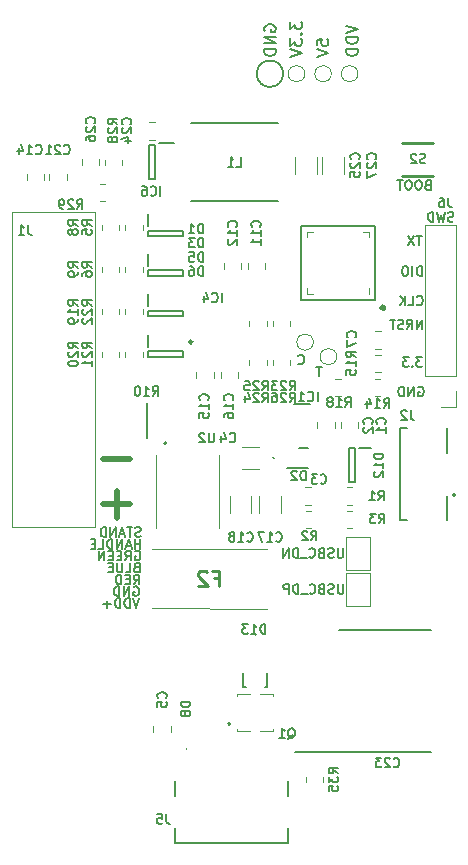
<source format=gbr>
%TF.GenerationSoftware,KiCad,Pcbnew,7.0.8*%
%TF.CreationDate,2023-10-25T09:11:50+02:00*%
%TF.ProjectId,AxxSolder,41787853-6f6c-4646-9572-2e6b69636164,rev?*%
%TF.SameCoordinates,Original*%
%TF.FileFunction,Legend,Bot*%
%TF.FilePolarity,Positive*%
%FSLAX46Y46*%
G04 Gerber Fmt 4.6, Leading zero omitted, Abs format (unit mm)*
G04 Created by KiCad (PCBNEW 7.0.8) date 2023-10-25 09:11:50*
%MOMM*%
%LPD*%
G01*
G04 APERTURE LIST*
%ADD10C,0.150000*%
%ADD11C,0.200000*%
%ADD12C,0.500000*%
%ADD13C,0.254000*%
%ADD14C,0.120000*%
%ADD15C,0.100000*%
%ADD16C,0.250000*%
%ADD17C,0.400000*%
G04 APERTURE END LIST*
D10*
X125964285Y-96962295D02*
X125964285Y-97609914D01*
X125964285Y-97609914D02*
X125926190Y-97686104D01*
X125926190Y-97686104D02*
X125888095Y-97724200D01*
X125888095Y-97724200D02*
X125811904Y-97762295D01*
X125811904Y-97762295D02*
X125659523Y-97762295D01*
X125659523Y-97762295D02*
X125583333Y-97724200D01*
X125583333Y-97724200D02*
X125545238Y-97686104D01*
X125545238Y-97686104D02*
X125507142Y-97609914D01*
X125507142Y-97609914D02*
X125507142Y-96962295D01*
X125164286Y-97724200D02*
X125050000Y-97762295D01*
X125050000Y-97762295D02*
X124859524Y-97762295D01*
X124859524Y-97762295D02*
X124783333Y-97724200D01*
X124783333Y-97724200D02*
X124745238Y-97686104D01*
X124745238Y-97686104D02*
X124707143Y-97609914D01*
X124707143Y-97609914D02*
X124707143Y-97533723D01*
X124707143Y-97533723D02*
X124745238Y-97457533D01*
X124745238Y-97457533D02*
X124783333Y-97419438D01*
X124783333Y-97419438D02*
X124859524Y-97381342D01*
X124859524Y-97381342D02*
X125011905Y-97343247D01*
X125011905Y-97343247D02*
X125088095Y-97305152D01*
X125088095Y-97305152D02*
X125126190Y-97267057D01*
X125126190Y-97267057D02*
X125164286Y-97190866D01*
X125164286Y-97190866D02*
X125164286Y-97114676D01*
X125164286Y-97114676D02*
X125126190Y-97038485D01*
X125126190Y-97038485D02*
X125088095Y-97000390D01*
X125088095Y-97000390D02*
X125011905Y-96962295D01*
X125011905Y-96962295D02*
X124821428Y-96962295D01*
X124821428Y-96962295D02*
X124707143Y-97000390D01*
X124097619Y-97343247D02*
X123983333Y-97381342D01*
X123983333Y-97381342D02*
X123945238Y-97419438D01*
X123945238Y-97419438D02*
X123907142Y-97495628D01*
X123907142Y-97495628D02*
X123907142Y-97609914D01*
X123907142Y-97609914D02*
X123945238Y-97686104D01*
X123945238Y-97686104D02*
X123983333Y-97724200D01*
X123983333Y-97724200D02*
X124059523Y-97762295D01*
X124059523Y-97762295D02*
X124364285Y-97762295D01*
X124364285Y-97762295D02*
X124364285Y-96962295D01*
X124364285Y-96962295D02*
X124097619Y-96962295D01*
X124097619Y-96962295D02*
X124021428Y-97000390D01*
X124021428Y-97000390D02*
X123983333Y-97038485D01*
X123983333Y-97038485D02*
X123945238Y-97114676D01*
X123945238Y-97114676D02*
X123945238Y-97190866D01*
X123945238Y-97190866D02*
X123983333Y-97267057D01*
X123983333Y-97267057D02*
X124021428Y-97305152D01*
X124021428Y-97305152D02*
X124097619Y-97343247D01*
X124097619Y-97343247D02*
X124364285Y-97343247D01*
X123107142Y-97686104D02*
X123145238Y-97724200D01*
X123145238Y-97724200D02*
X123259523Y-97762295D01*
X123259523Y-97762295D02*
X123335714Y-97762295D01*
X123335714Y-97762295D02*
X123450000Y-97724200D01*
X123450000Y-97724200D02*
X123526190Y-97648009D01*
X123526190Y-97648009D02*
X123564285Y-97571819D01*
X123564285Y-97571819D02*
X123602381Y-97419438D01*
X123602381Y-97419438D02*
X123602381Y-97305152D01*
X123602381Y-97305152D02*
X123564285Y-97152771D01*
X123564285Y-97152771D02*
X123526190Y-97076580D01*
X123526190Y-97076580D02*
X123450000Y-97000390D01*
X123450000Y-97000390D02*
X123335714Y-96962295D01*
X123335714Y-96962295D02*
X123259523Y-96962295D01*
X123259523Y-96962295D02*
X123145238Y-97000390D01*
X123145238Y-97000390D02*
X123107142Y-97038485D01*
X122954762Y-97838485D02*
X122345238Y-97838485D01*
X122154761Y-97762295D02*
X122154761Y-96962295D01*
X122154761Y-96962295D02*
X121964285Y-96962295D01*
X121964285Y-96962295D02*
X121849999Y-97000390D01*
X121849999Y-97000390D02*
X121773809Y-97076580D01*
X121773809Y-97076580D02*
X121735714Y-97152771D01*
X121735714Y-97152771D02*
X121697618Y-97305152D01*
X121697618Y-97305152D02*
X121697618Y-97419438D01*
X121697618Y-97419438D02*
X121735714Y-97571819D01*
X121735714Y-97571819D02*
X121773809Y-97648009D01*
X121773809Y-97648009D02*
X121849999Y-97724200D01*
X121849999Y-97724200D02*
X121964285Y-97762295D01*
X121964285Y-97762295D02*
X122154761Y-97762295D01*
X121354761Y-97762295D02*
X121354761Y-96962295D01*
X121354761Y-96962295D02*
X121049999Y-96962295D01*
X121049999Y-96962295D02*
X120973809Y-97000390D01*
X120973809Y-97000390D02*
X120935714Y-97038485D01*
X120935714Y-97038485D02*
X120897618Y-97114676D01*
X120897618Y-97114676D02*
X120897618Y-97228961D01*
X120897618Y-97228961D02*
X120935714Y-97305152D01*
X120935714Y-97305152D02*
X120973809Y-97343247D01*
X120973809Y-97343247D02*
X121049999Y-97381342D01*
X121049999Y-97381342D02*
X121354761Y-97381342D01*
X125933332Y-93912295D02*
X125933332Y-94559914D01*
X125933332Y-94559914D02*
X125895237Y-94636104D01*
X125895237Y-94636104D02*
X125857142Y-94674200D01*
X125857142Y-94674200D02*
X125780951Y-94712295D01*
X125780951Y-94712295D02*
X125628570Y-94712295D01*
X125628570Y-94712295D02*
X125552380Y-94674200D01*
X125552380Y-94674200D02*
X125514285Y-94636104D01*
X125514285Y-94636104D02*
X125476189Y-94559914D01*
X125476189Y-94559914D02*
X125476189Y-93912295D01*
X125133333Y-94674200D02*
X125019047Y-94712295D01*
X125019047Y-94712295D02*
X124828571Y-94712295D01*
X124828571Y-94712295D02*
X124752380Y-94674200D01*
X124752380Y-94674200D02*
X124714285Y-94636104D01*
X124714285Y-94636104D02*
X124676190Y-94559914D01*
X124676190Y-94559914D02*
X124676190Y-94483723D01*
X124676190Y-94483723D02*
X124714285Y-94407533D01*
X124714285Y-94407533D02*
X124752380Y-94369438D01*
X124752380Y-94369438D02*
X124828571Y-94331342D01*
X124828571Y-94331342D02*
X124980952Y-94293247D01*
X124980952Y-94293247D02*
X125057142Y-94255152D01*
X125057142Y-94255152D02*
X125095237Y-94217057D01*
X125095237Y-94217057D02*
X125133333Y-94140866D01*
X125133333Y-94140866D02*
X125133333Y-94064676D01*
X125133333Y-94064676D02*
X125095237Y-93988485D01*
X125095237Y-93988485D02*
X125057142Y-93950390D01*
X125057142Y-93950390D02*
X124980952Y-93912295D01*
X124980952Y-93912295D02*
X124790475Y-93912295D01*
X124790475Y-93912295D02*
X124676190Y-93950390D01*
X124066666Y-94293247D02*
X123952380Y-94331342D01*
X123952380Y-94331342D02*
X123914285Y-94369438D01*
X123914285Y-94369438D02*
X123876189Y-94445628D01*
X123876189Y-94445628D02*
X123876189Y-94559914D01*
X123876189Y-94559914D02*
X123914285Y-94636104D01*
X123914285Y-94636104D02*
X123952380Y-94674200D01*
X123952380Y-94674200D02*
X124028570Y-94712295D01*
X124028570Y-94712295D02*
X124333332Y-94712295D01*
X124333332Y-94712295D02*
X124333332Y-93912295D01*
X124333332Y-93912295D02*
X124066666Y-93912295D01*
X124066666Y-93912295D02*
X123990475Y-93950390D01*
X123990475Y-93950390D02*
X123952380Y-93988485D01*
X123952380Y-93988485D02*
X123914285Y-94064676D01*
X123914285Y-94064676D02*
X123914285Y-94140866D01*
X123914285Y-94140866D02*
X123952380Y-94217057D01*
X123952380Y-94217057D02*
X123990475Y-94255152D01*
X123990475Y-94255152D02*
X124066666Y-94293247D01*
X124066666Y-94293247D02*
X124333332Y-94293247D01*
X123076189Y-94636104D02*
X123114285Y-94674200D01*
X123114285Y-94674200D02*
X123228570Y-94712295D01*
X123228570Y-94712295D02*
X123304761Y-94712295D01*
X123304761Y-94712295D02*
X123419047Y-94674200D01*
X123419047Y-94674200D02*
X123495237Y-94598009D01*
X123495237Y-94598009D02*
X123533332Y-94521819D01*
X123533332Y-94521819D02*
X123571428Y-94369438D01*
X123571428Y-94369438D02*
X123571428Y-94255152D01*
X123571428Y-94255152D02*
X123533332Y-94102771D01*
X123533332Y-94102771D02*
X123495237Y-94026580D01*
X123495237Y-94026580D02*
X123419047Y-93950390D01*
X123419047Y-93950390D02*
X123304761Y-93912295D01*
X123304761Y-93912295D02*
X123228570Y-93912295D01*
X123228570Y-93912295D02*
X123114285Y-93950390D01*
X123114285Y-93950390D02*
X123076189Y-93988485D01*
X122923809Y-94788485D02*
X122314285Y-94788485D01*
X122123808Y-94712295D02*
X122123808Y-93912295D01*
X122123808Y-93912295D02*
X121933332Y-93912295D01*
X121933332Y-93912295D02*
X121819046Y-93950390D01*
X121819046Y-93950390D02*
X121742856Y-94026580D01*
X121742856Y-94026580D02*
X121704761Y-94102771D01*
X121704761Y-94102771D02*
X121666665Y-94255152D01*
X121666665Y-94255152D02*
X121666665Y-94369438D01*
X121666665Y-94369438D02*
X121704761Y-94521819D01*
X121704761Y-94521819D02*
X121742856Y-94598009D01*
X121742856Y-94598009D02*
X121819046Y-94674200D01*
X121819046Y-94674200D02*
X121933332Y-94712295D01*
X121933332Y-94712295D02*
X122123808Y-94712295D01*
X121323808Y-94712295D02*
X121323808Y-93912295D01*
X121323808Y-93912295D02*
X120866665Y-94712295D01*
X120866665Y-94712295D02*
X120866665Y-93912295D01*
D11*
X120868034Y-53750000D02*
G75*
G03*
X120868034Y-53750000I-1118034J0D01*
G01*
X122200000Y-87100000D02*
X121200000Y-87100000D01*
D10*
X124128571Y-78562295D02*
X123671428Y-78562295D01*
X123900000Y-79362295D02*
X123900000Y-78562295D01*
X132653014Y-75362295D02*
X132653014Y-74562295D01*
X132653014Y-74562295D02*
X132195871Y-75362295D01*
X132195871Y-75362295D02*
X132195871Y-74562295D01*
X131357776Y-75362295D02*
X131624443Y-74981342D01*
X131814919Y-75362295D02*
X131814919Y-74562295D01*
X131814919Y-74562295D02*
X131510157Y-74562295D01*
X131510157Y-74562295D02*
X131433967Y-74600390D01*
X131433967Y-74600390D02*
X131395872Y-74638485D01*
X131395872Y-74638485D02*
X131357776Y-74714676D01*
X131357776Y-74714676D02*
X131357776Y-74828961D01*
X131357776Y-74828961D02*
X131395872Y-74905152D01*
X131395872Y-74905152D02*
X131433967Y-74943247D01*
X131433967Y-74943247D02*
X131510157Y-74981342D01*
X131510157Y-74981342D02*
X131814919Y-74981342D01*
X131053015Y-75324200D02*
X130938729Y-75362295D01*
X130938729Y-75362295D02*
X130748253Y-75362295D01*
X130748253Y-75362295D02*
X130672062Y-75324200D01*
X130672062Y-75324200D02*
X130633967Y-75286104D01*
X130633967Y-75286104D02*
X130595872Y-75209914D01*
X130595872Y-75209914D02*
X130595872Y-75133723D01*
X130595872Y-75133723D02*
X130633967Y-75057533D01*
X130633967Y-75057533D02*
X130672062Y-75019438D01*
X130672062Y-75019438D02*
X130748253Y-74981342D01*
X130748253Y-74981342D02*
X130900634Y-74943247D01*
X130900634Y-74943247D02*
X130976824Y-74905152D01*
X130976824Y-74905152D02*
X131014919Y-74867057D01*
X131014919Y-74867057D02*
X131053015Y-74790866D01*
X131053015Y-74790866D02*
X131053015Y-74714676D01*
X131053015Y-74714676D02*
X131014919Y-74638485D01*
X131014919Y-74638485D02*
X130976824Y-74600390D01*
X130976824Y-74600390D02*
X130900634Y-74562295D01*
X130900634Y-74562295D02*
X130710157Y-74562295D01*
X130710157Y-74562295D02*
X130595872Y-74600390D01*
X130367300Y-74562295D02*
X129910157Y-74562295D01*
X130138729Y-75362295D02*
X130138729Y-74562295D01*
D12*
X105657142Y-86381000D02*
X107942857Y-86381000D01*
D10*
X132609523Y-67462295D02*
X132152380Y-67462295D01*
X132380952Y-68262295D02*
X132380952Y-67462295D01*
X131961904Y-67462295D02*
X131428570Y-68262295D01*
X131428570Y-67462295D02*
X131961904Y-68262295D01*
X108661904Y-98162295D02*
X108395237Y-98962295D01*
X108395237Y-98962295D02*
X108128571Y-98162295D01*
X107861904Y-98962295D02*
X107861904Y-98162295D01*
X107861904Y-98162295D02*
X107671428Y-98162295D01*
X107671428Y-98162295D02*
X107557142Y-98200390D01*
X107557142Y-98200390D02*
X107480952Y-98276580D01*
X107480952Y-98276580D02*
X107442857Y-98352771D01*
X107442857Y-98352771D02*
X107404761Y-98505152D01*
X107404761Y-98505152D02*
X107404761Y-98619438D01*
X107404761Y-98619438D02*
X107442857Y-98771819D01*
X107442857Y-98771819D02*
X107480952Y-98848009D01*
X107480952Y-98848009D02*
X107557142Y-98924200D01*
X107557142Y-98924200D02*
X107671428Y-98962295D01*
X107671428Y-98962295D02*
X107861904Y-98962295D01*
X107061904Y-98962295D02*
X107061904Y-98162295D01*
X107061904Y-98162295D02*
X106871428Y-98162295D01*
X106871428Y-98162295D02*
X106757142Y-98200390D01*
X106757142Y-98200390D02*
X106680952Y-98276580D01*
X106680952Y-98276580D02*
X106642857Y-98352771D01*
X106642857Y-98352771D02*
X106604761Y-98505152D01*
X106604761Y-98505152D02*
X106604761Y-98619438D01*
X106604761Y-98619438D02*
X106642857Y-98771819D01*
X106642857Y-98771819D02*
X106680952Y-98848009D01*
X106680952Y-98848009D02*
X106757142Y-98924200D01*
X106757142Y-98924200D02*
X106871428Y-98962295D01*
X106871428Y-98962295D02*
X107061904Y-98962295D01*
X106261904Y-98657533D02*
X105652381Y-98657533D01*
X105957142Y-98962295D02*
X105957142Y-98352771D01*
X108447619Y-95543247D02*
X108333333Y-95581342D01*
X108333333Y-95581342D02*
X108295238Y-95619438D01*
X108295238Y-95619438D02*
X108257142Y-95695628D01*
X108257142Y-95695628D02*
X108257142Y-95809914D01*
X108257142Y-95809914D02*
X108295238Y-95886104D01*
X108295238Y-95886104D02*
X108333333Y-95924200D01*
X108333333Y-95924200D02*
X108409523Y-95962295D01*
X108409523Y-95962295D02*
X108714285Y-95962295D01*
X108714285Y-95962295D02*
X108714285Y-95162295D01*
X108714285Y-95162295D02*
X108447619Y-95162295D01*
X108447619Y-95162295D02*
X108371428Y-95200390D01*
X108371428Y-95200390D02*
X108333333Y-95238485D01*
X108333333Y-95238485D02*
X108295238Y-95314676D01*
X108295238Y-95314676D02*
X108295238Y-95390866D01*
X108295238Y-95390866D02*
X108333333Y-95467057D01*
X108333333Y-95467057D02*
X108371428Y-95505152D01*
X108371428Y-95505152D02*
X108447619Y-95543247D01*
X108447619Y-95543247D02*
X108714285Y-95543247D01*
X107533333Y-95962295D02*
X107914285Y-95962295D01*
X107914285Y-95962295D02*
X107914285Y-95162295D01*
X107266666Y-95162295D02*
X107266666Y-95809914D01*
X107266666Y-95809914D02*
X107228571Y-95886104D01*
X107228571Y-95886104D02*
X107190476Y-95924200D01*
X107190476Y-95924200D02*
X107114285Y-95962295D01*
X107114285Y-95962295D02*
X106961904Y-95962295D01*
X106961904Y-95962295D02*
X106885714Y-95924200D01*
X106885714Y-95924200D02*
X106847619Y-95886104D01*
X106847619Y-95886104D02*
X106809523Y-95809914D01*
X106809523Y-95809914D02*
X106809523Y-95162295D01*
X106428571Y-95543247D02*
X106161905Y-95543247D01*
X106047619Y-95962295D02*
X106428571Y-95962295D01*
X106428571Y-95962295D02*
X106428571Y-95162295D01*
X106428571Y-95162295D02*
X106047619Y-95162295D01*
X132176189Y-73286104D02*
X132214285Y-73324200D01*
X132214285Y-73324200D02*
X132328570Y-73362295D01*
X132328570Y-73362295D02*
X132404761Y-73362295D01*
X132404761Y-73362295D02*
X132519047Y-73324200D01*
X132519047Y-73324200D02*
X132595237Y-73248009D01*
X132595237Y-73248009D02*
X132633332Y-73171819D01*
X132633332Y-73171819D02*
X132671428Y-73019438D01*
X132671428Y-73019438D02*
X132671428Y-72905152D01*
X132671428Y-72905152D02*
X132633332Y-72752771D01*
X132633332Y-72752771D02*
X132595237Y-72676580D01*
X132595237Y-72676580D02*
X132519047Y-72600390D01*
X132519047Y-72600390D02*
X132404761Y-72562295D01*
X132404761Y-72562295D02*
X132328570Y-72562295D01*
X132328570Y-72562295D02*
X132214285Y-72600390D01*
X132214285Y-72600390D02*
X132176189Y-72638485D01*
X131452380Y-73362295D02*
X131833332Y-73362295D01*
X131833332Y-73362295D02*
X131833332Y-72562295D01*
X131185713Y-73362295D02*
X131185713Y-72562295D01*
X130728570Y-73362295D02*
X131071428Y-72905152D01*
X130728570Y-72562295D02*
X131185713Y-73019438D01*
X132619046Y-70862295D02*
X132619046Y-70062295D01*
X132619046Y-70062295D02*
X132428570Y-70062295D01*
X132428570Y-70062295D02*
X132314284Y-70100390D01*
X132314284Y-70100390D02*
X132238094Y-70176580D01*
X132238094Y-70176580D02*
X132199999Y-70252771D01*
X132199999Y-70252771D02*
X132161903Y-70405152D01*
X132161903Y-70405152D02*
X132161903Y-70519438D01*
X132161903Y-70519438D02*
X132199999Y-70671819D01*
X132199999Y-70671819D02*
X132238094Y-70748009D01*
X132238094Y-70748009D02*
X132314284Y-70824200D01*
X132314284Y-70824200D02*
X132428570Y-70862295D01*
X132428570Y-70862295D02*
X132619046Y-70862295D01*
X131819046Y-70862295D02*
X131819046Y-70062295D01*
X131285713Y-70062295D02*
X131133332Y-70062295D01*
X131133332Y-70062295D02*
X131057142Y-70100390D01*
X131057142Y-70100390D02*
X130980951Y-70176580D01*
X130980951Y-70176580D02*
X130942856Y-70328961D01*
X130942856Y-70328961D02*
X130942856Y-70595628D01*
X130942856Y-70595628D02*
X130980951Y-70748009D01*
X130980951Y-70748009D02*
X131057142Y-70824200D01*
X131057142Y-70824200D02*
X131133332Y-70862295D01*
X131133332Y-70862295D02*
X131285713Y-70862295D01*
X131285713Y-70862295D02*
X131361904Y-70824200D01*
X131361904Y-70824200D02*
X131438094Y-70748009D01*
X131438094Y-70748009D02*
X131476190Y-70595628D01*
X131476190Y-70595628D02*
X131476190Y-70328961D01*
X131476190Y-70328961D02*
X131438094Y-70176580D01*
X131438094Y-70176580D02*
X131361904Y-70100390D01*
X131361904Y-70100390D02*
X131285713Y-70062295D01*
X126204819Y-49666667D02*
X127204819Y-50000000D01*
X127204819Y-50000000D02*
X126204819Y-50333333D01*
X127204819Y-50666667D02*
X126204819Y-50666667D01*
X126204819Y-50666667D02*
X126204819Y-50904762D01*
X126204819Y-50904762D02*
X126252438Y-51047619D01*
X126252438Y-51047619D02*
X126347676Y-51142857D01*
X126347676Y-51142857D02*
X126442914Y-51190476D01*
X126442914Y-51190476D02*
X126633390Y-51238095D01*
X126633390Y-51238095D02*
X126776247Y-51238095D01*
X126776247Y-51238095D02*
X126966723Y-51190476D01*
X126966723Y-51190476D02*
X127061961Y-51142857D01*
X127061961Y-51142857D02*
X127157200Y-51047619D01*
X127157200Y-51047619D02*
X127204819Y-50904762D01*
X127204819Y-50904762D02*
X127204819Y-50666667D01*
X127204819Y-51666667D02*
X126204819Y-51666667D01*
X126204819Y-51666667D02*
X126204819Y-51904762D01*
X126204819Y-51904762D02*
X126252438Y-52047619D01*
X126252438Y-52047619D02*
X126347676Y-52142857D01*
X126347676Y-52142857D02*
X126442914Y-52190476D01*
X126442914Y-52190476D02*
X126633390Y-52238095D01*
X126633390Y-52238095D02*
X126776247Y-52238095D01*
X126776247Y-52238095D02*
X126966723Y-52190476D01*
X126966723Y-52190476D02*
X127061961Y-52142857D01*
X127061961Y-52142857D02*
X127157200Y-52047619D01*
X127157200Y-52047619D02*
X127204819Y-51904762D01*
X127204819Y-51904762D02*
X127204819Y-51666667D01*
X108333333Y-94200390D02*
X108409523Y-94162295D01*
X108409523Y-94162295D02*
X108523809Y-94162295D01*
X108523809Y-94162295D02*
X108638095Y-94200390D01*
X108638095Y-94200390D02*
X108714285Y-94276580D01*
X108714285Y-94276580D02*
X108752380Y-94352771D01*
X108752380Y-94352771D02*
X108790476Y-94505152D01*
X108790476Y-94505152D02*
X108790476Y-94619438D01*
X108790476Y-94619438D02*
X108752380Y-94771819D01*
X108752380Y-94771819D02*
X108714285Y-94848009D01*
X108714285Y-94848009D02*
X108638095Y-94924200D01*
X108638095Y-94924200D02*
X108523809Y-94962295D01*
X108523809Y-94962295D02*
X108447618Y-94962295D01*
X108447618Y-94962295D02*
X108333333Y-94924200D01*
X108333333Y-94924200D02*
X108295237Y-94886104D01*
X108295237Y-94886104D02*
X108295237Y-94619438D01*
X108295237Y-94619438D02*
X108447618Y-94619438D01*
X107495237Y-94962295D02*
X107761904Y-94581342D01*
X107952380Y-94962295D02*
X107952380Y-94162295D01*
X107952380Y-94162295D02*
X107647618Y-94162295D01*
X107647618Y-94162295D02*
X107571428Y-94200390D01*
X107571428Y-94200390D02*
X107533333Y-94238485D01*
X107533333Y-94238485D02*
X107495237Y-94314676D01*
X107495237Y-94314676D02*
X107495237Y-94428961D01*
X107495237Y-94428961D02*
X107533333Y-94505152D01*
X107533333Y-94505152D02*
X107571428Y-94543247D01*
X107571428Y-94543247D02*
X107647618Y-94581342D01*
X107647618Y-94581342D02*
X107952380Y-94581342D01*
X107152380Y-94543247D02*
X106885714Y-94543247D01*
X106771428Y-94962295D02*
X107152380Y-94962295D01*
X107152380Y-94962295D02*
X107152380Y-94162295D01*
X107152380Y-94162295D02*
X106771428Y-94162295D01*
X106428570Y-94543247D02*
X106161904Y-94543247D01*
X106047618Y-94962295D02*
X106428570Y-94962295D01*
X106428570Y-94962295D02*
X106428570Y-94162295D01*
X106428570Y-94162295D02*
X106047618Y-94162295D01*
X105704760Y-94962295D02*
X105704760Y-94162295D01*
X105704760Y-94162295D02*
X105247617Y-94962295D01*
X105247617Y-94962295D02*
X105247617Y-94162295D01*
X132309523Y-80300390D02*
X132385713Y-80262295D01*
X132385713Y-80262295D02*
X132499999Y-80262295D01*
X132499999Y-80262295D02*
X132614285Y-80300390D01*
X132614285Y-80300390D02*
X132690475Y-80376580D01*
X132690475Y-80376580D02*
X132728570Y-80452771D01*
X132728570Y-80452771D02*
X132766666Y-80605152D01*
X132766666Y-80605152D02*
X132766666Y-80719438D01*
X132766666Y-80719438D02*
X132728570Y-80871819D01*
X132728570Y-80871819D02*
X132690475Y-80948009D01*
X132690475Y-80948009D02*
X132614285Y-81024200D01*
X132614285Y-81024200D02*
X132499999Y-81062295D01*
X132499999Y-81062295D02*
X132423808Y-81062295D01*
X132423808Y-81062295D02*
X132309523Y-81024200D01*
X132309523Y-81024200D02*
X132271427Y-80986104D01*
X132271427Y-80986104D02*
X132271427Y-80719438D01*
X132271427Y-80719438D02*
X132423808Y-80719438D01*
X131928570Y-81062295D02*
X131928570Y-80262295D01*
X131928570Y-80262295D02*
X131471427Y-81062295D01*
X131471427Y-81062295D02*
X131471427Y-80262295D01*
X131090475Y-81062295D02*
X131090475Y-80262295D01*
X131090475Y-80262295D02*
X130899999Y-80262295D01*
X130899999Y-80262295D02*
X130785713Y-80300390D01*
X130785713Y-80300390D02*
X130709523Y-80376580D01*
X130709523Y-80376580D02*
X130671428Y-80452771D01*
X130671428Y-80452771D02*
X130633332Y-80605152D01*
X130633332Y-80605152D02*
X130633332Y-80719438D01*
X130633332Y-80719438D02*
X130671428Y-80871819D01*
X130671428Y-80871819D02*
X130709523Y-80948009D01*
X130709523Y-80948009D02*
X130785713Y-81024200D01*
X130785713Y-81024200D02*
X130899999Y-81062295D01*
X130899999Y-81062295D02*
X131090475Y-81062295D01*
X121454819Y-49333334D02*
X121454819Y-49952381D01*
X121454819Y-49952381D02*
X121835771Y-49619048D01*
X121835771Y-49619048D02*
X121835771Y-49761905D01*
X121835771Y-49761905D02*
X121883390Y-49857143D01*
X121883390Y-49857143D02*
X121931009Y-49904762D01*
X121931009Y-49904762D02*
X122026247Y-49952381D01*
X122026247Y-49952381D02*
X122264342Y-49952381D01*
X122264342Y-49952381D02*
X122359580Y-49904762D01*
X122359580Y-49904762D02*
X122407200Y-49857143D01*
X122407200Y-49857143D02*
X122454819Y-49761905D01*
X122454819Y-49761905D02*
X122454819Y-49476191D01*
X122454819Y-49476191D02*
X122407200Y-49380953D01*
X122407200Y-49380953D02*
X122359580Y-49333334D01*
X122359580Y-50380953D02*
X122407200Y-50428572D01*
X122407200Y-50428572D02*
X122454819Y-50380953D01*
X122454819Y-50380953D02*
X122407200Y-50333334D01*
X122407200Y-50333334D02*
X122359580Y-50380953D01*
X122359580Y-50380953D02*
X122454819Y-50380953D01*
X121454819Y-50761905D02*
X121454819Y-51380952D01*
X121454819Y-51380952D02*
X121835771Y-51047619D01*
X121835771Y-51047619D02*
X121835771Y-51190476D01*
X121835771Y-51190476D02*
X121883390Y-51285714D01*
X121883390Y-51285714D02*
X121931009Y-51333333D01*
X121931009Y-51333333D02*
X122026247Y-51380952D01*
X122026247Y-51380952D02*
X122264342Y-51380952D01*
X122264342Y-51380952D02*
X122359580Y-51333333D01*
X122359580Y-51333333D02*
X122407200Y-51285714D01*
X122407200Y-51285714D02*
X122454819Y-51190476D01*
X122454819Y-51190476D02*
X122454819Y-50904762D01*
X122454819Y-50904762D02*
X122407200Y-50809524D01*
X122407200Y-50809524D02*
X122359580Y-50761905D01*
X121454819Y-51666667D02*
X122454819Y-52000000D01*
X122454819Y-52000000D02*
X121454819Y-52333333D01*
X132638095Y-77762295D02*
X132142857Y-77762295D01*
X132142857Y-77762295D02*
X132409523Y-78067057D01*
X132409523Y-78067057D02*
X132295238Y-78067057D01*
X132295238Y-78067057D02*
X132219047Y-78105152D01*
X132219047Y-78105152D02*
X132180952Y-78143247D01*
X132180952Y-78143247D02*
X132142857Y-78219438D01*
X132142857Y-78219438D02*
X132142857Y-78409914D01*
X132142857Y-78409914D02*
X132180952Y-78486104D01*
X132180952Y-78486104D02*
X132219047Y-78524200D01*
X132219047Y-78524200D02*
X132295238Y-78562295D01*
X132295238Y-78562295D02*
X132523809Y-78562295D01*
X132523809Y-78562295D02*
X132600000Y-78524200D01*
X132600000Y-78524200D02*
X132638095Y-78486104D01*
X131799999Y-78486104D02*
X131761904Y-78524200D01*
X131761904Y-78524200D02*
X131799999Y-78562295D01*
X131799999Y-78562295D02*
X131838095Y-78524200D01*
X131838095Y-78524200D02*
X131799999Y-78486104D01*
X131799999Y-78486104D02*
X131799999Y-78562295D01*
X131495238Y-77762295D02*
X131000000Y-77762295D01*
X131000000Y-77762295D02*
X131266666Y-78067057D01*
X131266666Y-78067057D02*
X131152381Y-78067057D01*
X131152381Y-78067057D02*
X131076190Y-78105152D01*
X131076190Y-78105152D02*
X131038095Y-78143247D01*
X131038095Y-78143247D02*
X131000000Y-78219438D01*
X131000000Y-78219438D02*
X131000000Y-78409914D01*
X131000000Y-78409914D02*
X131038095Y-78486104D01*
X131038095Y-78486104D02*
X131076190Y-78524200D01*
X131076190Y-78524200D02*
X131152381Y-78562295D01*
X131152381Y-78562295D02*
X131380952Y-78562295D01*
X131380952Y-78562295D02*
X131457143Y-78524200D01*
X131457143Y-78524200D02*
X131495238Y-78486104D01*
X108209523Y-97200390D02*
X108285713Y-97162295D01*
X108285713Y-97162295D02*
X108399999Y-97162295D01*
X108399999Y-97162295D02*
X108514285Y-97200390D01*
X108514285Y-97200390D02*
X108590475Y-97276580D01*
X108590475Y-97276580D02*
X108628570Y-97352771D01*
X108628570Y-97352771D02*
X108666666Y-97505152D01*
X108666666Y-97505152D02*
X108666666Y-97619438D01*
X108666666Y-97619438D02*
X108628570Y-97771819D01*
X108628570Y-97771819D02*
X108590475Y-97848009D01*
X108590475Y-97848009D02*
X108514285Y-97924200D01*
X108514285Y-97924200D02*
X108399999Y-97962295D01*
X108399999Y-97962295D02*
X108323808Y-97962295D01*
X108323808Y-97962295D02*
X108209523Y-97924200D01*
X108209523Y-97924200D02*
X108171427Y-97886104D01*
X108171427Y-97886104D02*
X108171427Y-97619438D01*
X108171427Y-97619438D02*
X108323808Y-97619438D01*
X107828570Y-97962295D02*
X107828570Y-97162295D01*
X107828570Y-97162295D02*
X107371427Y-97962295D01*
X107371427Y-97962295D02*
X107371427Y-97162295D01*
X106990475Y-97962295D02*
X106990475Y-97162295D01*
X106990475Y-97162295D02*
X106799999Y-97162295D01*
X106799999Y-97162295D02*
X106685713Y-97200390D01*
X106685713Y-97200390D02*
X106609523Y-97276580D01*
X106609523Y-97276580D02*
X106571428Y-97352771D01*
X106571428Y-97352771D02*
X106533332Y-97505152D01*
X106533332Y-97505152D02*
X106533332Y-97619438D01*
X106533332Y-97619438D02*
X106571428Y-97771819D01*
X106571428Y-97771819D02*
X106609523Y-97848009D01*
X106609523Y-97848009D02*
X106685713Y-97924200D01*
X106685713Y-97924200D02*
X106799999Y-97962295D01*
X106799999Y-97962295D02*
X106990475Y-97962295D01*
X135285714Y-66224200D02*
X135171428Y-66262295D01*
X135171428Y-66262295D02*
X134980952Y-66262295D01*
X134980952Y-66262295D02*
X134904761Y-66224200D01*
X134904761Y-66224200D02*
X134866666Y-66186104D01*
X134866666Y-66186104D02*
X134828571Y-66109914D01*
X134828571Y-66109914D02*
X134828571Y-66033723D01*
X134828571Y-66033723D02*
X134866666Y-65957533D01*
X134866666Y-65957533D02*
X134904761Y-65919438D01*
X134904761Y-65919438D02*
X134980952Y-65881342D01*
X134980952Y-65881342D02*
X135133333Y-65843247D01*
X135133333Y-65843247D02*
X135209523Y-65805152D01*
X135209523Y-65805152D02*
X135247618Y-65767057D01*
X135247618Y-65767057D02*
X135285714Y-65690866D01*
X135285714Y-65690866D02*
X135285714Y-65614676D01*
X135285714Y-65614676D02*
X135247618Y-65538485D01*
X135247618Y-65538485D02*
X135209523Y-65500390D01*
X135209523Y-65500390D02*
X135133333Y-65462295D01*
X135133333Y-65462295D02*
X134942856Y-65462295D01*
X134942856Y-65462295D02*
X134828571Y-65500390D01*
X134561904Y-65462295D02*
X134371428Y-66262295D01*
X134371428Y-66262295D02*
X134219047Y-65690866D01*
X134219047Y-65690866D02*
X134066666Y-66262295D01*
X134066666Y-66262295D02*
X133876190Y-65462295D01*
X133571427Y-66262295D02*
X133571427Y-65462295D01*
X133571427Y-65462295D02*
X133380951Y-65462295D01*
X133380951Y-65462295D02*
X133266665Y-65500390D01*
X133266665Y-65500390D02*
X133190475Y-65576580D01*
X133190475Y-65576580D02*
X133152380Y-65652771D01*
X133152380Y-65652771D02*
X133114284Y-65805152D01*
X133114284Y-65805152D02*
X133114284Y-65919438D01*
X133114284Y-65919438D02*
X133152380Y-66071819D01*
X133152380Y-66071819D02*
X133190475Y-66148009D01*
X133190475Y-66148009D02*
X133266665Y-66224200D01*
X133266665Y-66224200D02*
X133380951Y-66262295D01*
X133380951Y-66262295D02*
X133571427Y-66262295D01*
X119302105Y-50142857D02*
X119254486Y-50047619D01*
X119254486Y-50047619D02*
X119254486Y-49904762D01*
X119254486Y-49904762D02*
X119302105Y-49761905D01*
X119302105Y-49761905D02*
X119397343Y-49666667D01*
X119397343Y-49666667D02*
X119492581Y-49619048D01*
X119492581Y-49619048D02*
X119683057Y-49571429D01*
X119683057Y-49571429D02*
X119825914Y-49571429D01*
X119825914Y-49571429D02*
X120016390Y-49619048D01*
X120016390Y-49619048D02*
X120111628Y-49666667D01*
X120111628Y-49666667D02*
X120206867Y-49761905D01*
X120206867Y-49761905D02*
X120254486Y-49904762D01*
X120254486Y-49904762D02*
X120254486Y-50000000D01*
X120254486Y-50000000D02*
X120206867Y-50142857D01*
X120206867Y-50142857D02*
X120159247Y-50190476D01*
X120159247Y-50190476D02*
X119825914Y-50190476D01*
X119825914Y-50190476D02*
X119825914Y-50000000D01*
X120254486Y-50619048D02*
X119254486Y-50619048D01*
X119254486Y-50619048D02*
X120254486Y-51190476D01*
X120254486Y-51190476D02*
X119254486Y-51190476D01*
X120254486Y-51666667D02*
X119254486Y-51666667D01*
X119254486Y-51666667D02*
X119254486Y-51904762D01*
X119254486Y-51904762D02*
X119302105Y-52047619D01*
X119302105Y-52047619D02*
X119397343Y-52142857D01*
X119397343Y-52142857D02*
X119492581Y-52190476D01*
X119492581Y-52190476D02*
X119683057Y-52238095D01*
X119683057Y-52238095D02*
X119825914Y-52238095D01*
X119825914Y-52238095D02*
X120016390Y-52190476D01*
X120016390Y-52190476D02*
X120111628Y-52142857D01*
X120111628Y-52142857D02*
X120206867Y-52047619D01*
X120206867Y-52047619D02*
X120254486Y-51904762D01*
X120254486Y-51904762D02*
X120254486Y-51666667D01*
X133085714Y-63143247D02*
X132971428Y-63181342D01*
X132971428Y-63181342D02*
X132933333Y-63219438D01*
X132933333Y-63219438D02*
X132895237Y-63295628D01*
X132895237Y-63295628D02*
X132895237Y-63409914D01*
X132895237Y-63409914D02*
X132933333Y-63486104D01*
X132933333Y-63486104D02*
X132971428Y-63524200D01*
X132971428Y-63524200D02*
X133047618Y-63562295D01*
X133047618Y-63562295D02*
X133352380Y-63562295D01*
X133352380Y-63562295D02*
X133352380Y-62762295D01*
X133352380Y-62762295D02*
X133085714Y-62762295D01*
X133085714Y-62762295D02*
X133009523Y-62800390D01*
X133009523Y-62800390D02*
X132971428Y-62838485D01*
X132971428Y-62838485D02*
X132933333Y-62914676D01*
X132933333Y-62914676D02*
X132933333Y-62990866D01*
X132933333Y-62990866D02*
X132971428Y-63067057D01*
X132971428Y-63067057D02*
X133009523Y-63105152D01*
X133009523Y-63105152D02*
X133085714Y-63143247D01*
X133085714Y-63143247D02*
X133352380Y-63143247D01*
X132399999Y-62762295D02*
X132247618Y-62762295D01*
X132247618Y-62762295D02*
X132171428Y-62800390D01*
X132171428Y-62800390D02*
X132095237Y-62876580D01*
X132095237Y-62876580D02*
X132057142Y-63028961D01*
X132057142Y-63028961D02*
X132057142Y-63295628D01*
X132057142Y-63295628D02*
X132095237Y-63448009D01*
X132095237Y-63448009D02*
X132171428Y-63524200D01*
X132171428Y-63524200D02*
X132247618Y-63562295D01*
X132247618Y-63562295D02*
X132399999Y-63562295D01*
X132399999Y-63562295D02*
X132476190Y-63524200D01*
X132476190Y-63524200D02*
X132552380Y-63448009D01*
X132552380Y-63448009D02*
X132590476Y-63295628D01*
X132590476Y-63295628D02*
X132590476Y-63028961D01*
X132590476Y-63028961D02*
X132552380Y-62876580D01*
X132552380Y-62876580D02*
X132476190Y-62800390D01*
X132476190Y-62800390D02*
X132399999Y-62762295D01*
X131561904Y-62762295D02*
X131409523Y-62762295D01*
X131409523Y-62762295D02*
X131333333Y-62800390D01*
X131333333Y-62800390D02*
X131257142Y-62876580D01*
X131257142Y-62876580D02*
X131219047Y-63028961D01*
X131219047Y-63028961D02*
X131219047Y-63295628D01*
X131219047Y-63295628D02*
X131257142Y-63448009D01*
X131257142Y-63448009D02*
X131333333Y-63524200D01*
X131333333Y-63524200D02*
X131409523Y-63562295D01*
X131409523Y-63562295D02*
X131561904Y-63562295D01*
X131561904Y-63562295D02*
X131638095Y-63524200D01*
X131638095Y-63524200D02*
X131714285Y-63448009D01*
X131714285Y-63448009D02*
X131752381Y-63295628D01*
X131752381Y-63295628D02*
X131752381Y-63028961D01*
X131752381Y-63028961D02*
X131714285Y-62876580D01*
X131714285Y-62876580D02*
X131638095Y-62800390D01*
X131638095Y-62800390D02*
X131561904Y-62762295D01*
X130990476Y-62762295D02*
X130533333Y-62762295D01*
X130761905Y-63562295D02*
X130761905Y-62762295D01*
X108776189Y-93962295D02*
X108776189Y-93162295D01*
X108776189Y-93543247D02*
X108319046Y-93543247D01*
X108319046Y-93962295D02*
X108319046Y-93162295D01*
X107976190Y-93733723D02*
X107595237Y-93733723D01*
X108052380Y-93962295D02*
X107785713Y-93162295D01*
X107785713Y-93162295D02*
X107519047Y-93962295D01*
X107252380Y-93962295D02*
X107252380Y-93162295D01*
X107252380Y-93162295D02*
X106795237Y-93962295D01*
X106795237Y-93962295D02*
X106795237Y-93162295D01*
X106414285Y-93962295D02*
X106414285Y-93162295D01*
X106414285Y-93162295D02*
X106223809Y-93162295D01*
X106223809Y-93162295D02*
X106109523Y-93200390D01*
X106109523Y-93200390D02*
X106033333Y-93276580D01*
X106033333Y-93276580D02*
X105995238Y-93352771D01*
X105995238Y-93352771D02*
X105957142Y-93505152D01*
X105957142Y-93505152D02*
X105957142Y-93619438D01*
X105957142Y-93619438D02*
X105995238Y-93771819D01*
X105995238Y-93771819D02*
X106033333Y-93848009D01*
X106033333Y-93848009D02*
X106109523Y-93924200D01*
X106109523Y-93924200D02*
X106223809Y-93962295D01*
X106223809Y-93962295D02*
X106414285Y-93962295D01*
X105233333Y-93962295D02*
X105614285Y-93962295D01*
X105614285Y-93962295D02*
X105614285Y-93162295D01*
X104966666Y-93543247D02*
X104700000Y-93543247D01*
X104585714Y-93962295D02*
X104966666Y-93962295D01*
X104966666Y-93962295D02*
X104966666Y-93162295D01*
X104966666Y-93162295D02*
X104585714Y-93162295D01*
X108214285Y-96962295D02*
X108480952Y-96581342D01*
X108671428Y-96962295D02*
X108671428Y-96162295D01*
X108671428Y-96162295D02*
X108366666Y-96162295D01*
X108366666Y-96162295D02*
X108290476Y-96200390D01*
X108290476Y-96200390D02*
X108252381Y-96238485D01*
X108252381Y-96238485D02*
X108214285Y-96314676D01*
X108214285Y-96314676D02*
X108214285Y-96428961D01*
X108214285Y-96428961D02*
X108252381Y-96505152D01*
X108252381Y-96505152D02*
X108290476Y-96543247D01*
X108290476Y-96543247D02*
X108366666Y-96581342D01*
X108366666Y-96581342D02*
X108671428Y-96581342D01*
X107871428Y-96543247D02*
X107604762Y-96543247D01*
X107490476Y-96962295D02*
X107871428Y-96962295D01*
X107871428Y-96962295D02*
X107871428Y-96162295D01*
X107871428Y-96162295D02*
X107490476Y-96162295D01*
X107147618Y-96962295D02*
X107147618Y-96162295D01*
X107147618Y-96162295D02*
X106957142Y-96162295D01*
X106957142Y-96162295D02*
X106842856Y-96200390D01*
X106842856Y-96200390D02*
X106766666Y-96276580D01*
X106766666Y-96276580D02*
X106728571Y-96352771D01*
X106728571Y-96352771D02*
X106690475Y-96505152D01*
X106690475Y-96505152D02*
X106690475Y-96619438D01*
X106690475Y-96619438D02*
X106728571Y-96771819D01*
X106728571Y-96771819D02*
X106766666Y-96848009D01*
X106766666Y-96848009D02*
X106842856Y-96924200D01*
X106842856Y-96924200D02*
X106957142Y-96962295D01*
X106957142Y-96962295D02*
X107147618Y-96962295D01*
X122152380Y-78286104D02*
X122190476Y-78324200D01*
X122190476Y-78324200D02*
X122304761Y-78362295D01*
X122304761Y-78362295D02*
X122380952Y-78362295D01*
X122380952Y-78362295D02*
X122495238Y-78324200D01*
X122495238Y-78324200D02*
X122571428Y-78248009D01*
X122571428Y-78248009D02*
X122609523Y-78171819D01*
X122609523Y-78171819D02*
X122647619Y-78019438D01*
X122647619Y-78019438D02*
X122647619Y-77905152D01*
X122647619Y-77905152D02*
X122609523Y-77752771D01*
X122609523Y-77752771D02*
X122571428Y-77676580D01*
X122571428Y-77676580D02*
X122495238Y-77600390D01*
X122495238Y-77600390D02*
X122380952Y-77562295D01*
X122380952Y-77562295D02*
X122304761Y-77562295D01*
X122304761Y-77562295D02*
X122190476Y-77600390D01*
X122190476Y-77600390D02*
X122152380Y-77638485D01*
D12*
X107942857Y-90219000D02*
X105657143Y-90219000D01*
X106800000Y-91361857D02*
X106800000Y-89076142D01*
D10*
X123704819Y-51333332D02*
X123704819Y-50857142D01*
X123704819Y-50857142D02*
X124181009Y-50809523D01*
X124181009Y-50809523D02*
X124133390Y-50857142D01*
X124133390Y-50857142D02*
X124085771Y-50952380D01*
X124085771Y-50952380D02*
X124085771Y-51190475D01*
X124085771Y-51190475D02*
X124133390Y-51285713D01*
X124133390Y-51285713D02*
X124181009Y-51333332D01*
X124181009Y-51333332D02*
X124276247Y-51380951D01*
X124276247Y-51380951D02*
X124514342Y-51380951D01*
X124514342Y-51380951D02*
X124609580Y-51333332D01*
X124609580Y-51333332D02*
X124657200Y-51285713D01*
X124657200Y-51285713D02*
X124704819Y-51190475D01*
X124704819Y-51190475D02*
X124704819Y-50952380D01*
X124704819Y-50952380D02*
X124657200Y-50857142D01*
X124657200Y-50857142D02*
X124609580Y-50809523D01*
X123704819Y-51666666D02*
X124704819Y-51999999D01*
X124704819Y-51999999D02*
X123704819Y-52333332D01*
X108795238Y-92924200D02*
X108680952Y-92962295D01*
X108680952Y-92962295D02*
X108490476Y-92962295D01*
X108490476Y-92962295D02*
X108414285Y-92924200D01*
X108414285Y-92924200D02*
X108376190Y-92886104D01*
X108376190Y-92886104D02*
X108338095Y-92809914D01*
X108338095Y-92809914D02*
X108338095Y-92733723D01*
X108338095Y-92733723D02*
X108376190Y-92657533D01*
X108376190Y-92657533D02*
X108414285Y-92619438D01*
X108414285Y-92619438D02*
X108490476Y-92581342D01*
X108490476Y-92581342D02*
X108642857Y-92543247D01*
X108642857Y-92543247D02*
X108719047Y-92505152D01*
X108719047Y-92505152D02*
X108757142Y-92467057D01*
X108757142Y-92467057D02*
X108795238Y-92390866D01*
X108795238Y-92390866D02*
X108795238Y-92314676D01*
X108795238Y-92314676D02*
X108757142Y-92238485D01*
X108757142Y-92238485D02*
X108719047Y-92200390D01*
X108719047Y-92200390D02*
X108642857Y-92162295D01*
X108642857Y-92162295D02*
X108452380Y-92162295D01*
X108452380Y-92162295D02*
X108338095Y-92200390D01*
X108109523Y-92162295D02*
X107652380Y-92162295D01*
X107880952Y-92962295D02*
X107880952Y-92162295D01*
X107423809Y-92733723D02*
X107042856Y-92733723D01*
X107499999Y-92962295D02*
X107233332Y-92162295D01*
X107233332Y-92162295D02*
X106966666Y-92962295D01*
X106699999Y-92962295D02*
X106699999Y-92162295D01*
X106699999Y-92162295D02*
X106242856Y-92962295D01*
X106242856Y-92962295D02*
X106242856Y-92162295D01*
X105861904Y-92962295D02*
X105861904Y-92162295D01*
X105861904Y-92162295D02*
X105671428Y-92162295D01*
X105671428Y-92162295D02*
X105557142Y-92200390D01*
X105557142Y-92200390D02*
X105480952Y-92276580D01*
X105480952Y-92276580D02*
X105442857Y-92352771D01*
X105442857Y-92352771D02*
X105404761Y-92505152D01*
X105404761Y-92505152D02*
X105404761Y-92619438D01*
X105404761Y-92619438D02*
X105442857Y-92771819D01*
X105442857Y-92771819D02*
X105480952Y-92848009D01*
X105480952Y-92848009D02*
X105557142Y-92924200D01*
X105557142Y-92924200D02*
X105671428Y-92962295D01*
X105671428Y-92962295D02*
X105861904Y-92962295D01*
D13*
X115023332Y-96421080D02*
X115446666Y-96421080D01*
X115446666Y-97086318D02*
X115446666Y-95816318D01*
X115446666Y-95816318D02*
X114841904Y-95816318D01*
X114418571Y-95937270D02*
X114358095Y-95876794D01*
X114358095Y-95876794D02*
X114237142Y-95816318D01*
X114237142Y-95816318D02*
X113934761Y-95816318D01*
X113934761Y-95816318D02*
X113813809Y-95876794D01*
X113813809Y-95876794D02*
X113753333Y-95937270D01*
X113753333Y-95937270D02*
X113692856Y-96058222D01*
X113692856Y-96058222D02*
X113692856Y-96179175D01*
X113692856Y-96179175D02*
X113753333Y-96360603D01*
X113753333Y-96360603D02*
X114479047Y-97086318D01*
X114479047Y-97086318D02*
X113692856Y-97086318D01*
D10*
X114090475Y-68462295D02*
X114090475Y-67662295D01*
X114090475Y-67662295D02*
X113899999Y-67662295D01*
X113899999Y-67662295D02*
X113785713Y-67700390D01*
X113785713Y-67700390D02*
X113709523Y-67776580D01*
X113709523Y-67776580D02*
X113671428Y-67852771D01*
X113671428Y-67852771D02*
X113633332Y-68005152D01*
X113633332Y-68005152D02*
X113633332Y-68119438D01*
X113633332Y-68119438D02*
X113671428Y-68271819D01*
X113671428Y-68271819D02*
X113709523Y-68348009D01*
X113709523Y-68348009D02*
X113785713Y-68424200D01*
X113785713Y-68424200D02*
X113899999Y-68462295D01*
X113899999Y-68462295D02*
X114090475Y-68462295D01*
X113366666Y-67662295D02*
X112871428Y-67662295D01*
X112871428Y-67662295D02*
X113138094Y-67967057D01*
X113138094Y-67967057D02*
X113023809Y-67967057D01*
X113023809Y-67967057D02*
X112947618Y-68005152D01*
X112947618Y-68005152D02*
X112909523Y-68043247D01*
X112909523Y-68043247D02*
X112871428Y-68119438D01*
X112871428Y-68119438D02*
X112871428Y-68309914D01*
X112871428Y-68309914D02*
X112909523Y-68386104D01*
X112909523Y-68386104D02*
X112947618Y-68424200D01*
X112947618Y-68424200D02*
X113023809Y-68462295D01*
X113023809Y-68462295D02*
X113252380Y-68462295D01*
X113252380Y-68462295D02*
X113328571Y-68424200D01*
X113328571Y-68424200D02*
X113366666Y-68386104D01*
X99266666Y-66562295D02*
X99266666Y-67133723D01*
X99266666Y-67133723D02*
X99304761Y-67248009D01*
X99304761Y-67248009D02*
X99380952Y-67324200D01*
X99380952Y-67324200D02*
X99495237Y-67362295D01*
X99495237Y-67362295D02*
X99571428Y-67362295D01*
X98466666Y-67362295D02*
X98923809Y-67362295D01*
X98695237Y-67362295D02*
X98695237Y-66562295D01*
X98695237Y-66562295D02*
X98771428Y-66676580D01*
X98771428Y-66676580D02*
X98847618Y-66752771D01*
X98847618Y-66752771D02*
X98923809Y-66790866D01*
X109814285Y-81012295D02*
X110080952Y-80631342D01*
X110271428Y-81012295D02*
X110271428Y-80212295D01*
X110271428Y-80212295D02*
X109966666Y-80212295D01*
X109966666Y-80212295D02*
X109890476Y-80250390D01*
X109890476Y-80250390D02*
X109852381Y-80288485D01*
X109852381Y-80288485D02*
X109814285Y-80364676D01*
X109814285Y-80364676D02*
X109814285Y-80478961D01*
X109814285Y-80478961D02*
X109852381Y-80555152D01*
X109852381Y-80555152D02*
X109890476Y-80593247D01*
X109890476Y-80593247D02*
X109966666Y-80631342D01*
X109966666Y-80631342D02*
X110271428Y-80631342D01*
X109052381Y-81012295D02*
X109509524Y-81012295D01*
X109280952Y-81012295D02*
X109280952Y-80212295D01*
X109280952Y-80212295D02*
X109357143Y-80326580D01*
X109357143Y-80326580D02*
X109433333Y-80402771D01*
X109433333Y-80402771D02*
X109509524Y-80440866D01*
X108557142Y-80212295D02*
X108480952Y-80212295D01*
X108480952Y-80212295D02*
X108404761Y-80250390D01*
X108404761Y-80250390D02*
X108366666Y-80288485D01*
X108366666Y-80288485D02*
X108328571Y-80364676D01*
X108328571Y-80364676D02*
X108290476Y-80517057D01*
X108290476Y-80517057D02*
X108290476Y-80707533D01*
X108290476Y-80707533D02*
X108328571Y-80859914D01*
X108328571Y-80859914D02*
X108366666Y-80936104D01*
X108366666Y-80936104D02*
X108404761Y-80974200D01*
X108404761Y-80974200D02*
X108480952Y-81012295D01*
X108480952Y-81012295D02*
X108557142Y-81012295D01*
X108557142Y-81012295D02*
X108633333Y-80974200D01*
X108633333Y-80974200D02*
X108671428Y-80936104D01*
X108671428Y-80936104D02*
X108709523Y-80859914D01*
X108709523Y-80859914D02*
X108747619Y-80707533D01*
X108747619Y-80707533D02*
X108747619Y-80517057D01*
X108747619Y-80517057D02*
X108709523Y-80364676D01*
X108709523Y-80364676D02*
X108671428Y-80288485D01*
X108671428Y-80288485D02*
X108633333Y-80250390D01*
X108633333Y-80250390D02*
X108557142Y-80212295D01*
X106837295Y-58010714D02*
X106456342Y-57744047D01*
X106837295Y-57553571D02*
X106037295Y-57553571D01*
X106037295Y-57553571D02*
X106037295Y-57858333D01*
X106037295Y-57858333D02*
X106075390Y-57934523D01*
X106075390Y-57934523D02*
X106113485Y-57972618D01*
X106113485Y-57972618D02*
X106189676Y-58010714D01*
X106189676Y-58010714D02*
X106303961Y-58010714D01*
X106303961Y-58010714D02*
X106380152Y-57972618D01*
X106380152Y-57972618D02*
X106418247Y-57934523D01*
X106418247Y-57934523D02*
X106456342Y-57858333D01*
X106456342Y-57858333D02*
X106456342Y-57553571D01*
X106113485Y-58315475D02*
X106075390Y-58353571D01*
X106075390Y-58353571D02*
X106037295Y-58429761D01*
X106037295Y-58429761D02*
X106037295Y-58620237D01*
X106037295Y-58620237D02*
X106075390Y-58696428D01*
X106075390Y-58696428D02*
X106113485Y-58734523D01*
X106113485Y-58734523D02*
X106189676Y-58772618D01*
X106189676Y-58772618D02*
X106265866Y-58772618D01*
X106265866Y-58772618D02*
X106380152Y-58734523D01*
X106380152Y-58734523D02*
X106837295Y-58277380D01*
X106837295Y-58277380D02*
X106837295Y-58772618D01*
X106380152Y-59229761D02*
X106342057Y-59153571D01*
X106342057Y-59153571D02*
X106303961Y-59115476D01*
X106303961Y-59115476D02*
X106227771Y-59077380D01*
X106227771Y-59077380D02*
X106189676Y-59077380D01*
X106189676Y-59077380D02*
X106113485Y-59115476D01*
X106113485Y-59115476D02*
X106075390Y-59153571D01*
X106075390Y-59153571D02*
X106037295Y-59229761D01*
X106037295Y-59229761D02*
X106037295Y-59382142D01*
X106037295Y-59382142D02*
X106075390Y-59458333D01*
X106075390Y-59458333D02*
X106113485Y-59496428D01*
X106113485Y-59496428D02*
X106189676Y-59534523D01*
X106189676Y-59534523D02*
X106227771Y-59534523D01*
X106227771Y-59534523D02*
X106303961Y-59496428D01*
X106303961Y-59496428D02*
X106342057Y-59458333D01*
X106342057Y-59458333D02*
X106380152Y-59382142D01*
X106380152Y-59382142D02*
X106380152Y-59229761D01*
X106380152Y-59229761D02*
X106418247Y-59153571D01*
X106418247Y-59153571D02*
X106456342Y-59115476D01*
X106456342Y-59115476D02*
X106532533Y-59077380D01*
X106532533Y-59077380D02*
X106684914Y-59077380D01*
X106684914Y-59077380D02*
X106761104Y-59115476D01*
X106761104Y-59115476D02*
X106799200Y-59153571D01*
X106799200Y-59153571D02*
X106837295Y-59229761D01*
X106837295Y-59229761D02*
X106837295Y-59382142D01*
X106837295Y-59382142D02*
X106799200Y-59458333D01*
X106799200Y-59458333D02*
X106761104Y-59496428D01*
X106761104Y-59496428D02*
X106684914Y-59534523D01*
X106684914Y-59534523D02*
X106532533Y-59534523D01*
X106532533Y-59534523D02*
X106456342Y-59496428D01*
X106456342Y-59496428D02*
X106418247Y-59458333D01*
X106418247Y-59458333D02*
X106380152Y-59382142D01*
X129486104Y-83366667D02*
X129524200Y-83328571D01*
X129524200Y-83328571D02*
X129562295Y-83214286D01*
X129562295Y-83214286D02*
X129562295Y-83138095D01*
X129562295Y-83138095D02*
X129524200Y-83023809D01*
X129524200Y-83023809D02*
X129448009Y-82947619D01*
X129448009Y-82947619D02*
X129371819Y-82909524D01*
X129371819Y-82909524D02*
X129219438Y-82871428D01*
X129219438Y-82871428D02*
X129105152Y-82871428D01*
X129105152Y-82871428D02*
X128952771Y-82909524D01*
X128952771Y-82909524D02*
X128876580Y-82947619D01*
X128876580Y-82947619D02*
X128800390Y-83023809D01*
X128800390Y-83023809D02*
X128762295Y-83138095D01*
X128762295Y-83138095D02*
X128762295Y-83214286D01*
X128762295Y-83214286D02*
X128800390Y-83328571D01*
X128800390Y-83328571D02*
X128838485Y-83366667D01*
X129562295Y-84128571D02*
X129562295Y-83671428D01*
X129562295Y-83900000D02*
X128762295Y-83900000D01*
X128762295Y-83900000D02*
X128876580Y-83823809D01*
X128876580Y-83823809D02*
X128952771Y-83747619D01*
X128952771Y-83747619D02*
X128990866Y-83671428D01*
X115009523Y-84162295D02*
X115009523Y-84809914D01*
X115009523Y-84809914D02*
X114971428Y-84886104D01*
X114971428Y-84886104D02*
X114933333Y-84924200D01*
X114933333Y-84924200D02*
X114857142Y-84962295D01*
X114857142Y-84962295D02*
X114704761Y-84962295D01*
X114704761Y-84962295D02*
X114628571Y-84924200D01*
X114628571Y-84924200D02*
X114590476Y-84886104D01*
X114590476Y-84886104D02*
X114552380Y-84809914D01*
X114552380Y-84809914D02*
X114552380Y-84162295D01*
X114209524Y-84238485D02*
X114171428Y-84200390D01*
X114171428Y-84200390D02*
X114095238Y-84162295D01*
X114095238Y-84162295D02*
X113904762Y-84162295D01*
X113904762Y-84162295D02*
X113828571Y-84200390D01*
X113828571Y-84200390D02*
X113790476Y-84238485D01*
X113790476Y-84238485D02*
X113752381Y-84314676D01*
X113752381Y-84314676D02*
X113752381Y-84390866D01*
X113752381Y-84390866D02*
X113790476Y-84505152D01*
X113790476Y-84505152D02*
X114247619Y-84962295D01*
X114247619Y-84962295D02*
X113752381Y-84962295D01*
X104662295Y-70166667D02*
X104281342Y-69900000D01*
X104662295Y-69709524D02*
X103862295Y-69709524D01*
X103862295Y-69709524D02*
X103862295Y-70014286D01*
X103862295Y-70014286D02*
X103900390Y-70090476D01*
X103900390Y-70090476D02*
X103938485Y-70128571D01*
X103938485Y-70128571D02*
X104014676Y-70166667D01*
X104014676Y-70166667D02*
X104128961Y-70166667D01*
X104128961Y-70166667D02*
X104205152Y-70128571D01*
X104205152Y-70128571D02*
X104243247Y-70090476D01*
X104243247Y-70090476D02*
X104281342Y-70014286D01*
X104281342Y-70014286D02*
X104281342Y-69709524D01*
X103862295Y-70852381D02*
X103862295Y-70700000D01*
X103862295Y-70700000D02*
X103900390Y-70623809D01*
X103900390Y-70623809D02*
X103938485Y-70585714D01*
X103938485Y-70585714D02*
X104052771Y-70509524D01*
X104052771Y-70509524D02*
X104205152Y-70471428D01*
X104205152Y-70471428D02*
X104509914Y-70471428D01*
X104509914Y-70471428D02*
X104586104Y-70509524D01*
X104586104Y-70509524D02*
X104624200Y-70547619D01*
X104624200Y-70547619D02*
X104662295Y-70623809D01*
X104662295Y-70623809D02*
X104662295Y-70776190D01*
X104662295Y-70776190D02*
X104624200Y-70852381D01*
X104624200Y-70852381D02*
X104586104Y-70890476D01*
X104586104Y-70890476D02*
X104509914Y-70928571D01*
X104509914Y-70928571D02*
X104319438Y-70928571D01*
X104319438Y-70928571D02*
X104243247Y-70890476D01*
X104243247Y-70890476D02*
X104205152Y-70852381D01*
X104205152Y-70852381D02*
X104167057Y-70776190D01*
X104167057Y-70776190D02*
X104167057Y-70623809D01*
X104167057Y-70623809D02*
X104205152Y-70547619D01*
X104205152Y-70547619D02*
X104243247Y-70509524D01*
X104243247Y-70509524D02*
X104319438Y-70471428D01*
X104662295Y-76985714D02*
X104281342Y-76719047D01*
X104662295Y-76528571D02*
X103862295Y-76528571D01*
X103862295Y-76528571D02*
X103862295Y-76833333D01*
X103862295Y-76833333D02*
X103900390Y-76909523D01*
X103900390Y-76909523D02*
X103938485Y-76947618D01*
X103938485Y-76947618D02*
X104014676Y-76985714D01*
X104014676Y-76985714D02*
X104128961Y-76985714D01*
X104128961Y-76985714D02*
X104205152Y-76947618D01*
X104205152Y-76947618D02*
X104243247Y-76909523D01*
X104243247Y-76909523D02*
X104281342Y-76833333D01*
X104281342Y-76833333D02*
X104281342Y-76528571D01*
X103938485Y-77290475D02*
X103900390Y-77328571D01*
X103900390Y-77328571D02*
X103862295Y-77404761D01*
X103862295Y-77404761D02*
X103862295Y-77595237D01*
X103862295Y-77595237D02*
X103900390Y-77671428D01*
X103900390Y-77671428D02*
X103938485Y-77709523D01*
X103938485Y-77709523D02*
X104014676Y-77747618D01*
X104014676Y-77747618D02*
X104090866Y-77747618D01*
X104090866Y-77747618D02*
X104205152Y-77709523D01*
X104205152Y-77709523D02*
X104662295Y-77252380D01*
X104662295Y-77252380D02*
X104662295Y-77747618D01*
X104662295Y-78509523D02*
X104662295Y-78052380D01*
X104662295Y-78280952D02*
X103862295Y-78280952D01*
X103862295Y-78280952D02*
X103976580Y-78204761D01*
X103976580Y-78204761D02*
X104052771Y-78128571D01*
X104052771Y-78128571D02*
X104090866Y-78052380D01*
X103462295Y-73385714D02*
X103081342Y-73119047D01*
X103462295Y-72928571D02*
X102662295Y-72928571D01*
X102662295Y-72928571D02*
X102662295Y-73233333D01*
X102662295Y-73233333D02*
X102700390Y-73309523D01*
X102700390Y-73309523D02*
X102738485Y-73347618D01*
X102738485Y-73347618D02*
X102814676Y-73385714D01*
X102814676Y-73385714D02*
X102928961Y-73385714D01*
X102928961Y-73385714D02*
X103005152Y-73347618D01*
X103005152Y-73347618D02*
X103043247Y-73309523D01*
X103043247Y-73309523D02*
X103081342Y-73233333D01*
X103081342Y-73233333D02*
X103081342Y-72928571D01*
X103462295Y-74147618D02*
X103462295Y-73690475D01*
X103462295Y-73919047D02*
X102662295Y-73919047D01*
X102662295Y-73919047D02*
X102776580Y-73842856D01*
X102776580Y-73842856D02*
X102852771Y-73766666D01*
X102852771Y-73766666D02*
X102890866Y-73690475D01*
X103462295Y-74528571D02*
X103462295Y-74680952D01*
X103462295Y-74680952D02*
X103424200Y-74757142D01*
X103424200Y-74757142D02*
X103386104Y-74795238D01*
X103386104Y-74795238D02*
X103271819Y-74871428D01*
X103271819Y-74871428D02*
X103119438Y-74909523D01*
X103119438Y-74909523D02*
X102814676Y-74909523D01*
X102814676Y-74909523D02*
X102738485Y-74871428D01*
X102738485Y-74871428D02*
X102700390Y-74833333D01*
X102700390Y-74833333D02*
X102662295Y-74757142D01*
X102662295Y-74757142D02*
X102662295Y-74604761D01*
X102662295Y-74604761D02*
X102700390Y-74528571D01*
X102700390Y-74528571D02*
X102738485Y-74490476D01*
X102738485Y-74490476D02*
X102814676Y-74452380D01*
X102814676Y-74452380D02*
X103005152Y-74452380D01*
X103005152Y-74452380D02*
X103081342Y-74490476D01*
X103081342Y-74490476D02*
X103119438Y-74528571D01*
X103119438Y-74528571D02*
X103157533Y-74604761D01*
X103157533Y-74604761D02*
X103157533Y-74757142D01*
X103157533Y-74757142D02*
X103119438Y-74833333D01*
X103119438Y-74833333D02*
X103081342Y-74871428D01*
X103081342Y-74871428D02*
X103005152Y-74909523D01*
X124033332Y-88386104D02*
X124071428Y-88424200D01*
X124071428Y-88424200D02*
X124185713Y-88462295D01*
X124185713Y-88462295D02*
X124261904Y-88462295D01*
X124261904Y-88462295D02*
X124376190Y-88424200D01*
X124376190Y-88424200D02*
X124452380Y-88348009D01*
X124452380Y-88348009D02*
X124490475Y-88271819D01*
X124490475Y-88271819D02*
X124528571Y-88119438D01*
X124528571Y-88119438D02*
X124528571Y-88005152D01*
X124528571Y-88005152D02*
X124490475Y-87852771D01*
X124490475Y-87852771D02*
X124452380Y-87776580D01*
X124452380Y-87776580D02*
X124376190Y-87700390D01*
X124376190Y-87700390D02*
X124261904Y-87662295D01*
X124261904Y-87662295D02*
X124185713Y-87662295D01*
X124185713Y-87662295D02*
X124071428Y-87700390D01*
X124071428Y-87700390D02*
X124033332Y-87738485D01*
X123766666Y-87662295D02*
X123271428Y-87662295D01*
X123271428Y-87662295D02*
X123538094Y-87967057D01*
X123538094Y-87967057D02*
X123423809Y-87967057D01*
X123423809Y-87967057D02*
X123347618Y-88005152D01*
X123347618Y-88005152D02*
X123309523Y-88043247D01*
X123309523Y-88043247D02*
X123271428Y-88119438D01*
X123271428Y-88119438D02*
X123271428Y-88309914D01*
X123271428Y-88309914D02*
X123309523Y-88386104D01*
X123309523Y-88386104D02*
X123347618Y-88424200D01*
X123347618Y-88424200D02*
X123423809Y-88462295D01*
X123423809Y-88462295D02*
X123652380Y-88462295D01*
X123652380Y-88462295D02*
X123728571Y-88424200D01*
X123728571Y-88424200D02*
X123766666Y-88386104D01*
X115680951Y-73087295D02*
X115680951Y-72287295D01*
X114842856Y-73011104D02*
X114880952Y-73049200D01*
X114880952Y-73049200D02*
X114995237Y-73087295D01*
X114995237Y-73087295D02*
X115071428Y-73087295D01*
X115071428Y-73087295D02*
X115185714Y-73049200D01*
X115185714Y-73049200D02*
X115261904Y-72973009D01*
X115261904Y-72973009D02*
X115299999Y-72896819D01*
X115299999Y-72896819D02*
X115338095Y-72744438D01*
X115338095Y-72744438D02*
X115338095Y-72630152D01*
X115338095Y-72630152D02*
X115299999Y-72477771D01*
X115299999Y-72477771D02*
X115261904Y-72401580D01*
X115261904Y-72401580D02*
X115185714Y-72325390D01*
X115185714Y-72325390D02*
X115071428Y-72287295D01*
X115071428Y-72287295D02*
X114995237Y-72287295D01*
X114995237Y-72287295D02*
X114880952Y-72325390D01*
X114880952Y-72325390D02*
X114842856Y-72363485D01*
X114157142Y-72553961D02*
X114157142Y-73087295D01*
X114347618Y-72249200D02*
X114538095Y-72820628D01*
X114538095Y-72820628D02*
X114042856Y-72820628D01*
X113012295Y-106909524D02*
X112212295Y-106909524D01*
X112212295Y-106909524D02*
X112212295Y-107100000D01*
X112212295Y-107100000D02*
X112250390Y-107214286D01*
X112250390Y-107214286D02*
X112326580Y-107290476D01*
X112326580Y-107290476D02*
X112402771Y-107328571D01*
X112402771Y-107328571D02*
X112555152Y-107366667D01*
X112555152Y-107366667D02*
X112669438Y-107366667D01*
X112669438Y-107366667D02*
X112821819Y-107328571D01*
X112821819Y-107328571D02*
X112898009Y-107290476D01*
X112898009Y-107290476D02*
X112974200Y-107214286D01*
X112974200Y-107214286D02*
X113012295Y-107100000D01*
X113012295Y-107100000D02*
X113012295Y-106909524D01*
X112555152Y-107823809D02*
X112517057Y-107747619D01*
X112517057Y-107747619D02*
X112478961Y-107709524D01*
X112478961Y-107709524D02*
X112402771Y-107671428D01*
X112402771Y-107671428D02*
X112364676Y-107671428D01*
X112364676Y-107671428D02*
X112288485Y-107709524D01*
X112288485Y-107709524D02*
X112250390Y-107747619D01*
X112250390Y-107747619D02*
X112212295Y-107823809D01*
X112212295Y-107823809D02*
X112212295Y-107976190D01*
X112212295Y-107976190D02*
X112250390Y-108052381D01*
X112250390Y-108052381D02*
X112288485Y-108090476D01*
X112288485Y-108090476D02*
X112364676Y-108128571D01*
X112364676Y-108128571D02*
X112402771Y-108128571D01*
X112402771Y-108128571D02*
X112478961Y-108090476D01*
X112478961Y-108090476D02*
X112517057Y-108052381D01*
X112517057Y-108052381D02*
X112555152Y-107976190D01*
X112555152Y-107976190D02*
X112555152Y-107823809D01*
X112555152Y-107823809D02*
X112593247Y-107747619D01*
X112593247Y-107747619D02*
X112631342Y-107709524D01*
X112631342Y-107709524D02*
X112707533Y-107671428D01*
X112707533Y-107671428D02*
X112859914Y-107671428D01*
X112859914Y-107671428D02*
X112936104Y-107709524D01*
X112936104Y-107709524D02*
X112974200Y-107747619D01*
X112974200Y-107747619D02*
X113012295Y-107823809D01*
X113012295Y-107823809D02*
X113012295Y-107976190D01*
X113012295Y-107976190D02*
X112974200Y-108052381D01*
X112974200Y-108052381D02*
X112936104Y-108090476D01*
X112936104Y-108090476D02*
X112859914Y-108128571D01*
X112859914Y-108128571D02*
X112707533Y-108128571D01*
X112707533Y-108128571D02*
X112631342Y-108090476D01*
X112631342Y-108090476D02*
X112593247Y-108052381D01*
X112593247Y-108052381D02*
X112555152Y-107976190D01*
X116883333Y-61612295D02*
X117264285Y-61612295D01*
X117264285Y-61612295D02*
X117264285Y-60812295D01*
X116197619Y-61612295D02*
X116654762Y-61612295D01*
X116426190Y-61612295D02*
X116426190Y-60812295D01*
X116426190Y-60812295D02*
X116502381Y-60926580D01*
X116502381Y-60926580D02*
X116578571Y-61002771D01*
X116578571Y-61002771D02*
X116654762Y-61040866D01*
X131666666Y-82262295D02*
X131666666Y-82833723D01*
X131666666Y-82833723D02*
X131704761Y-82948009D01*
X131704761Y-82948009D02*
X131780952Y-83024200D01*
X131780952Y-83024200D02*
X131895237Y-83062295D01*
X131895237Y-83062295D02*
X131971428Y-83062295D01*
X131323809Y-82338485D02*
X131285713Y-82300390D01*
X131285713Y-82300390D02*
X131209523Y-82262295D01*
X131209523Y-82262295D02*
X131019047Y-82262295D01*
X131019047Y-82262295D02*
X130942856Y-82300390D01*
X130942856Y-82300390D02*
X130904761Y-82338485D01*
X130904761Y-82338485D02*
X130866666Y-82414676D01*
X130866666Y-82414676D02*
X130866666Y-82490866D01*
X130866666Y-82490866D02*
X130904761Y-82605152D01*
X130904761Y-82605152D02*
X131361904Y-83062295D01*
X131361904Y-83062295D02*
X130866666Y-83062295D01*
X120264285Y-93286104D02*
X120302381Y-93324200D01*
X120302381Y-93324200D02*
X120416666Y-93362295D01*
X120416666Y-93362295D02*
X120492857Y-93362295D01*
X120492857Y-93362295D02*
X120607143Y-93324200D01*
X120607143Y-93324200D02*
X120683333Y-93248009D01*
X120683333Y-93248009D02*
X120721428Y-93171819D01*
X120721428Y-93171819D02*
X120759524Y-93019438D01*
X120759524Y-93019438D02*
X120759524Y-92905152D01*
X120759524Y-92905152D02*
X120721428Y-92752771D01*
X120721428Y-92752771D02*
X120683333Y-92676580D01*
X120683333Y-92676580D02*
X120607143Y-92600390D01*
X120607143Y-92600390D02*
X120492857Y-92562295D01*
X120492857Y-92562295D02*
X120416666Y-92562295D01*
X120416666Y-92562295D02*
X120302381Y-92600390D01*
X120302381Y-92600390D02*
X120264285Y-92638485D01*
X119502381Y-93362295D02*
X119959524Y-93362295D01*
X119730952Y-93362295D02*
X119730952Y-92562295D01*
X119730952Y-92562295D02*
X119807143Y-92676580D01*
X119807143Y-92676580D02*
X119883333Y-92752771D01*
X119883333Y-92752771D02*
X119959524Y-92790866D01*
X119235714Y-92562295D02*
X118702380Y-92562295D01*
X118702380Y-92562295D02*
X119045238Y-93362295D01*
X103462295Y-76985714D02*
X103081342Y-76719047D01*
X103462295Y-76528571D02*
X102662295Y-76528571D01*
X102662295Y-76528571D02*
X102662295Y-76833333D01*
X102662295Y-76833333D02*
X102700390Y-76909523D01*
X102700390Y-76909523D02*
X102738485Y-76947618D01*
X102738485Y-76947618D02*
X102814676Y-76985714D01*
X102814676Y-76985714D02*
X102928961Y-76985714D01*
X102928961Y-76985714D02*
X103005152Y-76947618D01*
X103005152Y-76947618D02*
X103043247Y-76909523D01*
X103043247Y-76909523D02*
X103081342Y-76833333D01*
X103081342Y-76833333D02*
X103081342Y-76528571D01*
X102738485Y-77290475D02*
X102700390Y-77328571D01*
X102700390Y-77328571D02*
X102662295Y-77404761D01*
X102662295Y-77404761D02*
X102662295Y-77595237D01*
X102662295Y-77595237D02*
X102700390Y-77671428D01*
X102700390Y-77671428D02*
X102738485Y-77709523D01*
X102738485Y-77709523D02*
X102814676Y-77747618D01*
X102814676Y-77747618D02*
X102890866Y-77747618D01*
X102890866Y-77747618D02*
X103005152Y-77709523D01*
X103005152Y-77709523D02*
X103462295Y-77252380D01*
X103462295Y-77252380D02*
X103462295Y-77747618D01*
X102662295Y-78242857D02*
X102662295Y-78319047D01*
X102662295Y-78319047D02*
X102700390Y-78395238D01*
X102700390Y-78395238D02*
X102738485Y-78433333D01*
X102738485Y-78433333D02*
X102814676Y-78471428D01*
X102814676Y-78471428D02*
X102967057Y-78509523D01*
X102967057Y-78509523D02*
X103157533Y-78509523D01*
X103157533Y-78509523D02*
X103309914Y-78471428D01*
X103309914Y-78471428D02*
X103386104Y-78433333D01*
X103386104Y-78433333D02*
X103424200Y-78395238D01*
X103424200Y-78395238D02*
X103462295Y-78319047D01*
X103462295Y-78319047D02*
X103462295Y-78242857D01*
X103462295Y-78242857D02*
X103424200Y-78166666D01*
X103424200Y-78166666D02*
X103386104Y-78128571D01*
X103386104Y-78128571D02*
X103309914Y-78090476D01*
X103309914Y-78090476D02*
X103157533Y-78052380D01*
X103157533Y-78052380D02*
X102967057Y-78052380D01*
X102967057Y-78052380D02*
X102814676Y-78090476D01*
X102814676Y-78090476D02*
X102738485Y-78128571D01*
X102738485Y-78128571D02*
X102700390Y-78166666D01*
X102700390Y-78166666D02*
X102662295Y-78242857D01*
X99914285Y-60486104D02*
X99952381Y-60524200D01*
X99952381Y-60524200D02*
X100066666Y-60562295D01*
X100066666Y-60562295D02*
X100142857Y-60562295D01*
X100142857Y-60562295D02*
X100257143Y-60524200D01*
X100257143Y-60524200D02*
X100333333Y-60448009D01*
X100333333Y-60448009D02*
X100371428Y-60371819D01*
X100371428Y-60371819D02*
X100409524Y-60219438D01*
X100409524Y-60219438D02*
X100409524Y-60105152D01*
X100409524Y-60105152D02*
X100371428Y-59952771D01*
X100371428Y-59952771D02*
X100333333Y-59876580D01*
X100333333Y-59876580D02*
X100257143Y-59800390D01*
X100257143Y-59800390D02*
X100142857Y-59762295D01*
X100142857Y-59762295D02*
X100066666Y-59762295D01*
X100066666Y-59762295D02*
X99952381Y-59800390D01*
X99952381Y-59800390D02*
X99914285Y-59838485D01*
X99152381Y-60562295D02*
X99609524Y-60562295D01*
X99380952Y-60562295D02*
X99380952Y-59762295D01*
X99380952Y-59762295D02*
X99457143Y-59876580D01*
X99457143Y-59876580D02*
X99533333Y-59952771D01*
X99533333Y-59952771D02*
X99609524Y-59990866D01*
X98466666Y-60028961D02*
X98466666Y-60562295D01*
X98657142Y-59724200D02*
X98847619Y-60295628D01*
X98847619Y-60295628D02*
X98352380Y-60295628D01*
X116586104Y-81385714D02*
X116624200Y-81347618D01*
X116624200Y-81347618D02*
X116662295Y-81233333D01*
X116662295Y-81233333D02*
X116662295Y-81157142D01*
X116662295Y-81157142D02*
X116624200Y-81042856D01*
X116624200Y-81042856D02*
X116548009Y-80966666D01*
X116548009Y-80966666D02*
X116471819Y-80928571D01*
X116471819Y-80928571D02*
X116319438Y-80890475D01*
X116319438Y-80890475D02*
X116205152Y-80890475D01*
X116205152Y-80890475D02*
X116052771Y-80928571D01*
X116052771Y-80928571D02*
X115976580Y-80966666D01*
X115976580Y-80966666D02*
X115900390Y-81042856D01*
X115900390Y-81042856D02*
X115862295Y-81157142D01*
X115862295Y-81157142D02*
X115862295Y-81233333D01*
X115862295Y-81233333D02*
X115900390Y-81347618D01*
X115900390Y-81347618D02*
X115938485Y-81385714D01*
X116662295Y-82147618D02*
X116662295Y-81690475D01*
X116662295Y-81919047D02*
X115862295Y-81919047D01*
X115862295Y-81919047D02*
X115976580Y-81842856D01*
X115976580Y-81842856D02*
X116052771Y-81766666D01*
X116052771Y-81766666D02*
X116090866Y-81690475D01*
X115862295Y-82833333D02*
X115862295Y-82680952D01*
X115862295Y-82680952D02*
X115900390Y-82604761D01*
X115900390Y-82604761D02*
X115938485Y-82566666D01*
X115938485Y-82566666D02*
X116052771Y-82490476D01*
X116052771Y-82490476D02*
X116205152Y-82452380D01*
X116205152Y-82452380D02*
X116509914Y-82452380D01*
X116509914Y-82452380D02*
X116586104Y-82490476D01*
X116586104Y-82490476D02*
X116624200Y-82528571D01*
X116624200Y-82528571D02*
X116662295Y-82604761D01*
X116662295Y-82604761D02*
X116662295Y-82757142D01*
X116662295Y-82757142D02*
X116624200Y-82833333D01*
X116624200Y-82833333D02*
X116586104Y-82871428D01*
X116586104Y-82871428D02*
X116509914Y-82909523D01*
X116509914Y-82909523D02*
X116319438Y-82909523D01*
X116319438Y-82909523D02*
X116243247Y-82871428D01*
X116243247Y-82871428D02*
X116205152Y-82833333D01*
X116205152Y-82833333D02*
X116167057Y-82757142D01*
X116167057Y-82757142D02*
X116167057Y-82604761D01*
X116167057Y-82604761D02*
X116205152Y-82528571D01*
X116205152Y-82528571D02*
X116243247Y-82490476D01*
X116243247Y-82490476D02*
X116319438Y-82452380D01*
X123233332Y-93262295D02*
X123499999Y-92881342D01*
X123690475Y-93262295D02*
X123690475Y-92462295D01*
X123690475Y-92462295D02*
X123385713Y-92462295D01*
X123385713Y-92462295D02*
X123309523Y-92500390D01*
X123309523Y-92500390D02*
X123271428Y-92538485D01*
X123271428Y-92538485D02*
X123233332Y-92614676D01*
X123233332Y-92614676D02*
X123233332Y-92728961D01*
X123233332Y-92728961D02*
X123271428Y-92805152D01*
X123271428Y-92805152D02*
X123309523Y-92843247D01*
X123309523Y-92843247D02*
X123385713Y-92881342D01*
X123385713Y-92881342D02*
X123690475Y-92881342D01*
X122928571Y-92538485D02*
X122890475Y-92500390D01*
X122890475Y-92500390D02*
X122814285Y-92462295D01*
X122814285Y-92462295D02*
X122623809Y-92462295D01*
X122623809Y-92462295D02*
X122547618Y-92500390D01*
X122547618Y-92500390D02*
X122509523Y-92538485D01*
X122509523Y-92538485D02*
X122471428Y-92614676D01*
X122471428Y-92614676D02*
X122471428Y-92690866D01*
X122471428Y-92690866D02*
X122509523Y-92805152D01*
X122509523Y-92805152D02*
X122966666Y-93262295D01*
X122966666Y-93262295D02*
X122471428Y-93262295D01*
X128983332Y-91812295D02*
X129249999Y-91431342D01*
X129440475Y-91812295D02*
X129440475Y-91012295D01*
X129440475Y-91012295D02*
X129135713Y-91012295D01*
X129135713Y-91012295D02*
X129059523Y-91050390D01*
X129059523Y-91050390D02*
X129021428Y-91088485D01*
X129021428Y-91088485D02*
X128983332Y-91164676D01*
X128983332Y-91164676D02*
X128983332Y-91278961D01*
X128983332Y-91278961D02*
X129021428Y-91355152D01*
X129021428Y-91355152D02*
X129059523Y-91393247D01*
X129059523Y-91393247D02*
X129135713Y-91431342D01*
X129135713Y-91431342D02*
X129440475Y-91431342D01*
X128716666Y-91012295D02*
X128221428Y-91012295D01*
X128221428Y-91012295D02*
X128488094Y-91317057D01*
X128488094Y-91317057D02*
X128373809Y-91317057D01*
X128373809Y-91317057D02*
X128297618Y-91355152D01*
X128297618Y-91355152D02*
X128259523Y-91393247D01*
X128259523Y-91393247D02*
X128221428Y-91469438D01*
X128221428Y-91469438D02*
X128221428Y-91659914D01*
X128221428Y-91659914D02*
X128259523Y-91736104D01*
X128259523Y-91736104D02*
X128297618Y-91774200D01*
X128297618Y-91774200D02*
X128373809Y-91812295D01*
X128373809Y-91812295D02*
X128602380Y-91812295D01*
X128602380Y-91812295D02*
X128678571Y-91774200D01*
X128678571Y-91774200D02*
X128716666Y-91736104D01*
X129362295Y-85928571D02*
X128562295Y-85928571D01*
X128562295Y-85928571D02*
X128562295Y-86119047D01*
X128562295Y-86119047D02*
X128600390Y-86233333D01*
X128600390Y-86233333D02*
X128676580Y-86309523D01*
X128676580Y-86309523D02*
X128752771Y-86347618D01*
X128752771Y-86347618D02*
X128905152Y-86385714D01*
X128905152Y-86385714D02*
X129019438Y-86385714D01*
X129019438Y-86385714D02*
X129171819Y-86347618D01*
X129171819Y-86347618D02*
X129248009Y-86309523D01*
X129248009Y-86309523D02*
X129324200Y-86233333D01*
X129324200Y-86233333D02*
X129362295Y-86119047D01*
X129362295Y-86119047D02*
X129362295Y-85928571D01*
X129362295Y-87147618D02*
X129362295Y-86690475D01*
X129362295Y-86919047D02*
X128562295Y-86919047D01*
X128562295Y-86919047D02*
X128676580Y-86842856D01*
X128676580Y-86842856D02*
X128752771Y-86766666D01*
X128752771Y-86766666D02*
X128790866Y-86690475D01*
X128638485Y-87452380D02*
X128600390Y-87490476D01*
X128600390Y-87490476D02*
X128562295Y-87566666D01*
X128562295Y-87566666D02*
X128562295Y-87757142D01*
X128562295Y-87757142D02*
X128600390Y-87833333D01*
X128600390Y-87833333D02*
X128638485Y-87871428D01*
X128638485Y-87871428D02*
X128714676Y-87909523D01*
X128714676Y-87909523D02*
X128790866Y-87909523D01*
X128790866Y-87909523D02*
X128905152Y-87871428D01*
X128905152Y-87871428D02*
X129362295Y-87414285D01*
X129362295Y-87414285D02*
X129362295Y-87909523D01*
X114090475Y-67262295D02*
X114090475Y-66462295D01*
X114090475Y-66462295D02*
X113899999Y-66462295D01*
X113899999Y-66462295D02*
X113785713Y-66500390D01*
X113785713Y-66500390D02*
X113709523Y-66576580D01*
X113709523Y-66576580D02*
X113671428Y-66652771D01*
X113671428Y-66652771D02*
X113633332Y-66805152D01*
X113633332Y-66805152D02*
X113633332Y-66919438D01*
X113633332Y-66919438D02*
X113671428Y-67071819D01*
X113671428Y-67071819D02*
X113709523Y-67148009D01*
X113709523Y-67148009D02*
X113785713Y-67224200D01*
X113785713Y-67224200D02*
X113899999Y-67262295D01*
X113899999Y-67262295D02*
X114090475Y-67262295D01*
X112871428Y-67262295D02*
X113328571Y-67262295D01*
X113099999Y-67262295D02*
X113099999Y-66462295D01*
X113099999Y-66462295D02*
X113176190Y-66576580D01*
X113176190Y-66576580D02*
X113252380Y-66652771D01*
X113252380Y-66652771D02*
X113328571Y-66690866D01*
X103462295Y-66616667D02*
X103081342Y-66350000D01*
X103462295Y-66159524D02*
X102662295Y-66159524D01*
X102662295Y-66159524D02*
X102662295Y-66464286D01*
X102662295Y-66464286D02*
X102700390Y-66540476D01*
X102700390Y-66540476D02*
X102738485Y-66578571D01*
X102738485Y-66578571D02*
X102814676Y-66616667D01*
X102814676Y-66616667D02*
X102928961Y-66616667D01*
X102928961Y-66616667D02*
X103005152Y-66578571D01*
X103005152Y-66578571D02*
X103043247Y-66540476D01*
X103043247Y-66540476D02*
X103081342Y-66464286D01*
X103081342Y-66464286D02*
X103081342Y-66159524D01*
X103005152Y-67073809D02*
X102967057Y-66997619D01*
X102967057Y-66997619D02*
X102928961Y-66959524D01*
X102928961Y-66959524D02*
X102852771Y-66921428D01*
X102852771Y-66921428D02*
X102814676Y-66921428D01*
X102814676Y-66921428D02*
X102738485Y-66959524D01*
X102738485Y-66959524D02*
X102700390Y-66997619D01*
X102700390Y-66997619D02*
X102662295Y-67073809D01*
X102662295Y-67073809D02*
X102662295Y-67226190D01*
X102662295Y-67226190D02*
X102700390Y-67302381D01*
X102700390Y-67302381D02*
X102738485Y-67340476D01*
X102738485Y-67340476D02*
X102814676Y-67378571D01*
X102814676Y-67378571D02*
X102852771Y-67378571D01*
X102852771Y-67378571D02*
X102928961Y-67340476D01*
X102928961Y-67340476D02*
X102967057Y-67302381D01*
X102967057Y-67302381D02*
X103005152Y-67226190D01*
X103005152Y-67226190D02*
X103005152Y-67073809D01*
X103005152Y-67073809D02*
X103043247Y-66997619D01*
X103043247Y-66997619D02*
X103081342Y-66959524D01*
X103081342Y-66959524D02*
X103157533Y-66921428D01*
X103157533Y-66921428D02*
X103309914Y-66921428D01*
X103309914Y-66921428D02*
X103386104Y-66959524D01*
X103386104Y-66959524D02*
X103424200Y-66997619D01*
X103424200Y-66997619D02*
X103462295Y-67073809D01*
X103462295Y-67073809D02*
X103462295Y-67226190D01*
X103462295Y-67226190D02*
X103424200Y-67302381D01*
X103424200Y-67302381D02*
X103386104Y-67340476D01*
X103386104Y-67340476D02*
X103309914Y-67378571D01*
X103309914Y-67378571D02*
X103157533Y-67378571D01*
X103157533Y-67378571D02*
X103081342Y-67340476D01*
X103081342Y-67340476D02*
X103043247Y-67302381D01*
X103043247Y-67302381D02*
X103005152Y-67226190D01*
X117814285Y-93286104D02*
X117852381Y-93324200D01*
X117852381Y-93324200D02*
X117966666Y-93362295D01*
X117966666Y-93362295D02*
X118042857Y-93362295D01*
X118042857Y-93362295D02*
X118157143Y-93324200D01*
X118157143Y-93324200D02*
X118233333Y-93248009D01*
X118233333Y-93248009D02*
X118271428Y-93171819D01*
X118271428Y-93171819D02*
X118309524Y-93019438D01*
X118309524Y-93019438D02*
X118309524Y-92905152D01*
X118309524Y-92905152D02*
X118271428Y-92752771D01*
X118271428Y-92752771D02*
X118233333Y-92676580D01*
X118233333Y-92676580D02*
X118157143Y-92600390D01*
X118157143Y-92600390D02*
X118042857Y-92562295D01*
X118042857Y-92562295D02*
X117966666Y-92562295D01*
X117966666Y-92562295D02*
X117852381Y-92600390D01*
X117852381Y-92600390D02*
X117814285Y-92638485D01*
X117052381Y-93362295D02*
X117509524Y-93362295D01*
X117280952Y-93362295D02*
X117280952Y-92562295D01*
X117280952Y-92562295D02*
X117357143Y-92676580D01*
X117357143Y-92676580D02*
X117433333Y-92752771D01*
X117433333Y-92752771D02*
X117509524Y-92790866D01*
X116595238Y-92905152D02*
X116671428Y-92867057D01*
X116671428Y-92867057D02*
X116709523Y-92828961D01*
X116709523Y-92828961D02*
X116747619Y-92752771D01*
X116747619Y-92752771D02*
X116747619Y-92714676D01*
X116747619Y-92714676D02*
X116709523Y-92638485D01*
X116709523Y-92638485D02*
X116671428Y-92600390D01*
X116671428Y-92600390D02*
X116595238Y-92562295D01*
X116595238Y-92562295D02*
X116442857Y-92562295D01*
X116442857Y-92562295D02*
X116366666Y-92600390D01*
X116366666Y-92600390D02*
X116328571Y-92638485D01*
X116328571Y-92638485D02*
X116290476Y-92714676D01*
X116290476Y-92714676D02*
X116290476Y-92752771D01*
X116290476Y-92752771D02*
X116328571Y-92828961D01*
X116328571Y-92828961D02*
X116366666Y-92867057D01*
X116366666Y-92867057D02*
X116442857Y-92905152D01*
X116442857Y-92905152D02*
X116595238Y-92905152D01*
X116595238Y-92905152D02*
X116671428Y-92943247D01*
X116671428Y-92943247D02*
X116709523Y-92981342D01*
X116709523Y-92981342D02*
X116747619Y-93057533D01*
X116747619Y-93057533D02*
X116747619Y-93209914D01*
X116747619Y-93209914D02*
X116709523Y-93286104D01*
X116709523Y-93286104D02*
X116671428Y-93324200D01*
X116671428Y-93324200D02*
X116595238Y-93362295D01*
X116595238Y-93362295D02*
X116442857Y-93362295D01*
X116442857Y-93362295D02*
X116366666Y-93324200D01*
X116366666Y-93324200D02*
X116328571Y-93286104D01*
X116328571Y-93286104D02*
X116290476Y-93209914D01*
X116290476Y-93209914D02*
X116290476Y-93057533D01*
X116290476Y-93057533D02*
X116328571Y-92981342D01*
X116328571Y-92981342D02*
X116366666Y-92943247D01*
X116366666Y-92943247D02*
X116442857Y-92905152D01*
X104662295Y-73385714D02*
X104281342Y-73119047D01*
X104662295Y-72928571D02*
X103862295Y-72928571D01*
X103862295Y-72928571D02*
X103862295Y-73233333D01*
X103862295Y-73233333D02*
X103900390Y-73309523D01*
X103900390Y-73309523D02*
X103938485Y-73347618D01*
X103938485Y-73347618D02*
X104014676Y-73385714D01*
X104014676Y-73385714D02*
X104128961Y-73385714D01*
X104128961Y-73385714D02*
X104205152Y-73347618D01*
X104205152Y-73347618D02*
X104243247Y-73309523D01*
X104243247Y-73309523D02*
X104281342Y-73233333D01*
X104281342Y-73233333D02*
X104281342Y-72928571D01*
X103938485Y-73690475D02*
X103900390Y-73728571D01*
X103900390Y-73728571D02*
X103862295Y-73804761D01*
X103862295Y-73804761D02*
X103862295Y-73995237D01*
X103862295Y-73995237D02*
X103900390Y-74071428D01*
X103900390Y-74071428D02*
X103938485Y-74109523D01*
X103938485Y-74109523D02*
X104014676Y-74147618D01*
X104014676Y-74147618D02*
X104090866Y-74147618D01*
X104090866Y-74147618D02*
X104205152Y-74109523D01*
X104205152Y-74109523D02*
X104662295Y-73652380D01*
X104662295Y-73652380D02*
X104662295Y-74147618D01*
X103938485Y-74452380D02*
X103900390Y-74490476D01*
X103900390Y-74490476D02*
X103862295Y-74566666D01*
X103862295Y-74566666D02*
X103862295Y-74757142D01*
X103862295Y-74757142D02*
X103900390Y-74833333D01*
X103900390Y-74833333D02*
X103938485Y-74871428D01*
X103938485Y-74871428D02*
X104014676Y-74909523D01*
X104014676Y-74909523D02*
X104090866Y-74909523D01*
X104090866Y-74909523D02*
X104205152Y-74871428D01*
X104205152Y-74871428D02*
X104662295Y-74414285D01*
X104662295Y-74414285D02*
X104662295Y-74909523D01*
X132909524Y-61291230D02*
X132795238Y-61329325D01*
X132795238Y-61329325D02*
X132604762Y-61329325D01*
X132604762Y-61329325D02*
X132528571Y-61291230D01*
X132528571Y-61291230D02*
X132490476Y-61253134D01*
X132490476Y-61253134D02*
X132452381Y-61176944D01*
X132452381Y-61176944D02*
X132452381Y-61100753D01*
X132452381Y-61100753D02*
X132490476Y-61024563D01*
X132490476Y-61024563D02*
X132528571Y-60986468D01*
X132528571Y-60986468D02*
X132604762Y-60948372D01*
X132604762Y-60948372D02*
X132757143Y-60910277D01*
X132757143Y-60910277D02*
X132833333Y-60872182D01*
X132833333Y-60872182D02*
X132871428Y-60834087D01*
X132871428Y-60834087D02*
X132909524Y-60757896D01*
X132909524Y-60757896D02*
X132909524Y-60681706D01*
X132909524Y-60681706D02*
X132871428Y-60605515D01*
X132871428Y-60605515D02*
X132833333Y-60567420D01*
X132833333Y-60567420D02*
X132757143Y-60529325D01*
X132757143Y-60529325D02*
X132566666Y-60529325D01*
X132566666Y-60529325D02*
X132452381Y-60567420D01*
X132147619Y-60605515D02*
X132109523Y-60567420D01*
X132109523Y-60567420D02*
X132033333Y-60529325D01*
X132033333Y-60529325D02*
X131842857Y-60529325D01*
X131842857Y-60529325D02*
X131766666Y-60567420D01*
X131766666Y-60567420D02*
X131728571Y-60605515D01*
X131728571Y-60605515D02*
X131690476Y-60681706D01*
X131690476Y-60681706D02*
X131690476Y-60757896D01*
X131690476Y-60757896D02*
X131728571Y-60872182D01*
X131728571Y-60872182D02*
X132185714Y-61329325D01*
X132185714Y-61329325D02*
X131690476Y-61329325D01*
X103414285Y-65162295D02*
X103680952Y-64781342D01*
X103871428Y-65162295D02*
X103871428Y-64362295D01*
X103871428Y-64362295D02*
X103566666Y-64362295D01*
X103566666Y-64362295D02*
X103490476Y-64400390D01*
X103490476Y-64400390D02*
X103452381Y-64438485D01*
X103452381Y-64438485D02*
X103414285Y-64514676D01*
X103414285Y-64514676D02*
X103414285Y-64628961D01*
X103414285Y-64628961D02*
X103452381Y-64705152D01*
X103452381Y-64705152D02*
X103490476Y-64743247D01*
X103490476Y-64743247D02*
X103566666Y-64781342D01*
X103566666Y-64781342D02*
X103871428Y-64781342D01*
X103109524Y-64438485D02*
X103071428Y-64400390D01*
X103071428Y-64400390D02*
X102995238Y-64362295D01*
X102995238Y-64362295D02*
X102804762Y-64362295D01*
X102804762Y-64362295D02*
X102728571Y-64400390D01*
X102728571Y-64400390D02*
X102690476Y-64438485D01*
X102690476Y-64438485D02*
X102652381Y-64514676D01*
X102652381Y-64514676D02*
X102652381Y-64590866D01*
X102652381Y-64590866D02*
X102690476Y-64705152D01*
X102690476Y-64705152D02*
X103147619Y-65162295D01*
X103147619Y-65162295D02*
X102652381Y-65162295D01*
X102271428Y-65162295D02*
X102119047Y-65162295D01*
X102119047Y-65162295D02*
X102042857Y-65124200D01*
X102042857Y-65124200D02*
X102004761Y-65086104D01*
X102004761Y-65086104D02*
X101928571Y-64971819D01*
X101928571Y-64971819D02*
X101890476Y-64819438D01*
X101890476Y-64819438D02*
X101890476Y-64514676D01*
X101890476Y-64514676D02*
X101928571Y-64438485D01*
X101928571Y-64438485D02*
X101966666Y-64400390D01*
X101966666Y-64400390D02*
X102042857Y-64362295D01*
X102042857Y-64362295D02*
X102195238Y-64362295D01*
X102195238Y-64362295D02*
X102271428Y-64400390D01*
X102271428Y-64400390D02*
X102309523Y-64438485D01*
X102309523Y-64438485D02*
X102347619Y-64514676D01*
X102347619Y-64514676D02*
X102347619Y-64705152D01*
X102347619Y-64705152D02*
X102309523Y-64781342D01*
X102309523Y-64781342D02*
X102271428Y-64819438D01*
X102271428Y-64819438D02*
X102195238Y-64857533D01*
X102195238Y-64857533D02*
X102042857Y-64857533D01*
X102042857Y-64857533D02*
X101966666Y-64819438D01*
X101966666Y-64819438D02*
X101928571Y-64781342D01*
X101928571Y-64781342D02*
X101890476Y-64705152D01*
X129389285Y-82012295D02*
X129655952Y-81631342D01*
X129846428Y-82012295D02*
X129846428Y-81212295D01*
X129846428Y-81212295D02*
X129541666Y-81212295D01*
X129541666Y-81212295D02*
X129465476Y-81250390D01*
X129465476Y-81250390D02*
X129427381Y-81288485D01*
X129427381Y-81288485D02*
X129389285Y-81364676D01*
X129389285Y-81364676D02*
X129389285Y-81478961D01*
X129389285Y-81478961D02*
X129427381Y-81555152D01*
X129427381Y-81555152D02*
X129465476Y-81593247D01*
X129465476Y-81593247D02*
X129541666Y-81631342D01*
X129541666Y-81631342D02*
X129846428Y-81631342D01*
X128627381Y-82012295D02*
X129084524Y-82012295D01*
X128855952Y-82012295D02*
X128855952Y-81212295D01*
X128855952Y-81212295D02*
X128932143Y-81326580D01*
X128932143Y-81326580D02*
X129008333Y-81402771D01*
X129008333Y-81402771D02*
X129084524Y-81440866D01*
X127941666Y-81478961D02*
X127941666Y-82012295D01*
X128132142Y-81174200D02*
X128322619Y-81745628D01*
X128322619Y-81745628D02*
X127827380Y-81745628D01*
X121414285Y-81562295D02*
X121680952Y-81181342D01*
X121871428Y-81562295D02*
X121871428Y-80762295D01*
X121871428Y-80762295D02*
X121566666Y-80762295D01*
X121566666Y-80762295D02*
X121490476Y-80800390D01*
X121490476Y-80800390D02*
X121452381Y-80838485D01*
X121452381Y-80838485D02*
X121414285Y-80914676D01*
X121414285Y-80914676D02*
X121414285Y-81028961D01*
X121414285Y-81028961D02*
X121452381Y-81105152D01*
X121452381Y-81105152D02*
X121490476Y-81143247D01*
X121490476Y-81143247D02*
X121566666Y-81181342D01*
X121566666Y-81181342D02*
X121871428Y-81181342D01*
X121109524Y-80838485D02*
X121071428Y-80800390D01*
X121071428Y-80800390D02*
X120995238Y-80762295D01*
X120995238Y-80762295D02*
X120804762Y-80762295D01*
X120804762Y-80762295D02*
X120728571Y-80800390D01*
X120728571Y-80800390D02*
X120690476Y-80838485D01*
X120690476Y-80838485D02*
X120652381Y-80914676D01*
X120652381Y-80914676D02*
X120652381Y-80990866D01*
X120652381Y-80990866D02*
X120690476Y-81105152D01*
X120690476Y-81105152D02*
X121147619Y-81562295D01*
X121147619Y-81562295D02*
X120652381Y-81562295D01*
X119966666Y-80762295D02*
X120119047Y-80762295D01*
X120119047Y-80762295D02*
X120195238Y-80800390D01*
X120195238Y-80800390D02*
X120233333Y-80838485D01*
X120233333Y-80838485D02*
X120309523Y-80952771D01*
X120309523Y-80952771D02*
X120347619Y-81105152D01*
X120347619Y-81105152D02*
X120347619Y-81409914D01*
X120347619Y-81409914D02*
X120309523Y-81486104D01*
X120309523Y-81486104D02*
X120271428Y-81524200D01*
X120271428Y-81524200D02*
X120195238Y-81562295D01*
X120195238Y-81562295D02*
X120042857Y-81562295D01*
X120042857Y-81562295D02*
X119966666Y-81524200D01*
X119966666Y-81524200D02*
X119928571Y-81486104D01*
X119928571Y-81486104D02*
X119890476Y-81409914D01*
X119890476Y-81409914D02*
X119890476Y-81219438D01*
X119890476Y-81219438D02*
X119928571Y-81143247D01*
X119928571Y-81143247D02*
X119966666Y-81105152D01*
X119966666Y-81105152D02*
X120042857Y-81067057D01*
X120042857Y-81067057D02*
X120195238Y-81067057D01*
X120195238Y-81067057D02*
X120271428Y-81105152D01*
X120271428Y-81105152D02*
X120309523Y-81143247D01*
X120309523Y-81143247D02*
X120347619Y-81219438D01*
X121414285Y-80562295D02*
X121680952Y-80181342D01*
X121871428Y-80562295D02*
X121871428Y-79762295D01*
X121871428Y-79762295D02*
X121566666Y-79762295D01*
X121566666Y-79762295D02*
X121490476Y-79800390D01*
X121490476Y-79800390D02*
X121452381Y-79838485D01*
X121452381Y-79838485D02*
X121414285Y-79914676D01*
X121414285Y-79914676D02*
X121414285Y-80028961D01*
X121414285Y-80028961D02*
X121452381Y-80105152D01*
X121452381Y-80105152D02*
X121490476Y-80143247D01*
X121490476Y-80143247D02*
X121566666Y-80181342D01*
X121566666Y-80181342D02*
X121871428Y-80181342D01*
X121109524Y-79838485D02*
X121071428Y-79800390D01*
X121071428Y-79800390D02*
X120995238Y-79762295D01*
X120995238Y-79762295D02*
X120804762Y-79762295D01*
X120804762Y-79762295D02*
X120728571Y-79800390D01*
X120728571Y-79800390D02*
X120690476Y-79838485D01*
X120690476Y-79838485D02*
X120652381Y-79914676D01*
X120652381Y-79914676D02*
X120652381Y-79990866D01*
X120652381Y-79990866D02*
X120690476Y-80105152D01*
X120690476Y-80105152D02*
X121147619Y-80562295D01*
X121147619Y-80562295D02*
X120652381Y-80562295D01*
X120385714Y-79762295D02*
X119890476Y-79762295D01*
X119890476Y-79762295D02*
X120157142Y-80067057D01*
X120157142Y-80067057D02*
X120042857Y-80067057D01*
X120042857Y-80067057D02*
X119966666Y-80105152D01*
X119966666Y-80105152D02*
X119928571Y-80143247D01*
X119928571Y-80143247D02*
X119890476Y-80219438D01*
X119890476Y-80219438D02*
X119890476Y-80409914D01*
X119890476Y-80409914D02*
X119928571Y-80486104D01*
X119928571Y-80486104D02*
X119966666Y-80524200D01*
X119966666Y-80524200D02*
X120042857Y-80562295D01*
X120042857Y-80562295D02*
X120271428Y-80562295D01*
X120271428Y-80562295D02*
X120347619Y-80524200D01*
X120347619Y-80524200D02*
X120385714Y-80486104D01*
X104662295Y-66616667D02*
X104281342Y-66350000D01*
X104662295Y-66159524D02*
X103862295Y-66159524D01*
X103862295Y-66159524D02*
X103862295Y-66464286D01*
X103862295Y-66464286D02*
X103900390Y-66540476D01*
X103900390Y-66540476D02*
X103938485Y-66578571D01*
X103938485Y-66578571D02*
X104014676Y-66616667D01*
X104014676Y-66616667D02*
X104128961Y-66616667D01*
X104128961Y-66616667D02*
X104205152Y-66578571D01*
X104205152Y-66578571D02*
X104243247Y-66540476D01*
X104243247Y-66540476D02*
X104281342Y-66464286D01*
X104281342Y-66464286D02*
X104281342Y-66159524D01*
X103862295Y-67340476D02*
X103862295Y-66959524D01*
X103862295Y-66959524D02*
X104243247Y-66921428D01*
X104243247Y-66921428D02*
X104205152Y-66959524D01*
X104205152Y-66959524D02*
X104167057Y-67035714D01*
X104167057Y-67035714D02*
X104167057Y-67226190D01*
X104167057Y-67226190D02*
X104205152Y-67302381D01*
X104205152Y-67302381D02*
X104243247Y-67340476D01*
X104243247Y-67340476D02*
X104319438Y-67378571D01*
X104319438Y-67378571D02*
X104509914Y-67378571D01*
X104509914Y-67378571D02*
X104586104Y-67340476D01*
X104586104Y-67340476D02*
X104624200Y-67302381D01*
X104624200Y-67302381D02*
X104662295Y-67226190D01*
X104662295Y-67226190D02*
X104662295Y-67035714D01*
X104662295Y-67035714D02*
X104624200Y-66959524D01*
X104624200Y-66959524D02*
X104586104Y-66921428D01*
X118886104Y-66685714D02*
X118924200Y-66647618D01*
X118924200Y-66647618D02*
X118962295Y-66533333D01*
X118962295Y-66533333D02*
X118962295Y-66457142D01*
X118962295Y-66457142D02*
X118924200Y-66342856D01*
X118924200Y-66342856D02*
X118848009Y-66266666D01*
X118848009Y-66266666D02*
X118771819Y-66228571D01*
X118771819Y-66228571D02*
X118619438Y-66190475D01*
X118619438Y-66190475D02*
X118505152Y-66190475D01*
X118505152Y-66190475D02*
X118352771Y-66228571D01*
X118352771Y-66228571D02*
X118276580Y-66266666D01*
X118276580Y-66266666D02*
X118200390Y-66342856D01*
X118200390Y-66342856D02*
X118162295Y-66457142D01*
X118162295Y-66457142D02*
X118162295Y-66533333D01*
X118162295Y-66533333D02*
X118200390Y-66647618D01*
X118200390Y-66647618D02*
X118238485Y-66685714D01*
X118962295Y-67447618D02*
X118962295Y-66990475D01*
X118962295Y-67219047D02*
X118162295Y-67219047D01*
X118162295Y-67219047D02*
X118276580Y-67142856D01*
X118276580Y-67142856D02*
X118352771Y-67066666D01*
X118352771Y-67066666D02*
X118390866Y-66990475D01*
X118962295Y-68209523D02*
X118962295Y-67752380D01*
X118962295Y-67980952D02*
X118162295Y-67980952D01*
X118162295Y-67980952D02*
X118276580Y-67904761D01*
X118276580Y-67904761D02*
X118352771Y-67828571D01*
X118352771Y-67828571D02*
X118390866Y-67752380D01*
X126114285Y-81962295D02*
X126380952Y-81581342D01*
X126571428Y-81962295D02*
X126571428Y-81162295D01*
X126571428Y-81162295D02*
X126266666Y-81162295D01*
X126266666Y-81162295D02*
X126190476Y-81200390D01*
X126190476Y-81200390D02*
X126152381Y-81238485D01*
X126152381Y-81238485D02*
X126114285Y-81314676D01*
X126114285Y-81314676D02*
X126114285Y-81428961D01*
X126114285Y-81428961D02*
X126152381Y-81505152D01*
X126152381Y-81505152D02*
X126190476Y-81543247D01*
X126190476Y-81543247D02*
X126266666Y-81581342D01*
X126266666Y-81581342D02*
X126571428Y-81581342D01*
X125352381Y-81962295D02*
X125809524Y-81962295D01*
X125580952Y-81962295D02*
X125580952Y-81162295D01*
X125580952Y-81162295D02*
X125657143Y-81276580D01*
X125657143Y-81276580D02*
X125733333Y-81352771D01*
X125733333Y-81352771D02*
X125809524Y-81390866D01*
X124895238Y-81505152D02*
X124971428Y-81467057D01*
X124971428Y-81467057D02*
X125009523Y-81428961D01*
X125009523Y-81428961D02*
X125047619Y-81352771D01*
X125047619Y-81352771D02*
X125047619Y-81314676D01*
X125047619Y-81314676D02*
X125009523Y-81238485D01*
X125009523Y-81238485D02*
X124971428Y-81200390D01*
X124971428Y-81200390D02*
X124895238Y-81162295D01*
X124895238Y-81162295D02*
X124742857Y-81162295D01*
X124742857Y-81162295D02*
X124666666Y-81200390D01*
X124666666Y-81200390D02*
X124628571Y-81238485D01*
X124628571Y-81238485D02*
X124590476Y-81314676D01*
X124590476Y-81314676D02*
X124590476Y-81352771D01*
X124590476Y-81352771D02*
X124628571Y-81428961D01*
X124628571Y-81428961D02*
X124666666Y-81467057D01*
X124666666Y-81467057D02*
X124742857Y-81505152D01*
X124742857Y-81505152D02*
X124895238Y-81505152D01*
X124895238Y-81505152D02*
X124971428Y-81543247D01*
X124971428Y-81543247D02*
X125009523Y-81581342D01*
X125009523Y-81581342D02*
X125047619Y-81657533D01*
X125047619Y-81657533D02*
X125047619Y-81809914D01*
X125047619Y-81809914D02*
X125009523Y-81886104D01*
X125009523Y-81886104D02*
X124971428Y-81924200D01*
X124971428Y-81924200D02*
X124895238Y-81962295D01*
X124895238Y-81962295D02*
X124742857Y-81962295D01*
X124742857Y-81962295D02*
X124666666Y-81924200D01*
X124666666Y-81924200D02*
X124628571Y-81886104D01*
X124628571Y-81886104D02*
X124590476Y-81809914D01*
X124590476Y-81809914D02*
X124590476Y-81657533D01*
X124590476Y-81657533D02*
X124628571Y-81581342D01*
X124628571Y-81581342D02*
X124666666Y-81543247D01*
X124666666Y-81543247D02*
X124742857Y-81505152D01*
X119371428Y-101162295D02*
X119371428Y-100362295D01*
X119371428Y-100362295D02*
X119180952Y-100362295D01*
X119180952Y-100362295D02*
X119066666Y-100400390D01*
X119066666Y-100400390D02*
X118990476Y-100476580D01*
X118990476Y-100476580D02*
X118952381Y-100552771D01*
X118952381Y-100552771D02*
X118914285Y-100705152D01*
X118914285Y-100705152D02*
X118914285Y-100819438D01*
X118914285Y-100819438D02*
X118952381Y-100971819D01*
X118952381Y-100971819D02*
X118990476Y-101048009D01*
X118990476Y-101048009D02*
X119066666Y-101124200D01*
X119066666Y-101124200D02*
X119180952Y-101162295D01*
X119180952Y-101162295D02*
X119371428Y-101162295D01*
X118152381Y-101162295D02*
X118609524Y-101162295D01*
X118380952Y-101162295D02*
X118380952Y-100362295D01*
X118380952Y-100362295D02*
X118457143Y-100476580D01*
X118457143Y-100476580D02*
X118533333Y-100552771D01*
X118533333Y-100552771D02*
X118609524Y-100590866D01*
X117885714Y-100362295D02*
X117390476Y-100362295D01*
X117390476Y-100362295D02*
X117657142Y-100667057D01*
X117657142Y-100667057D02*
X117542857Y-100667057D01*
X117542857Y-100667057D02*
X117466666Y-100705152D01*
X117466666Y-100705152D02*
X117428571Y-100743247D01*
X117428571Y-100743247D02*
X117390476Y-100819438D01*
X117390476Y-100819438D02*
X117390476Y-101009914D01*
X117390476Y-101009914D02*
X117428571Y-101086104D01*
X117428571Y-101086104D02*
X117466666Y-101124200D01*
X117466666Y-101124200D02*
X117542857Y-101162295D01*
X117542857Y-101162295D02*
X117771428Y-101162295D01*
X117771428Y-101162295D02*
X117847619Y-101124200D01*
X117847619Y-101124200D02*
X117885714Y-101086104D01*
X125512295Y-112985714D02*
X125131342Y-112719047D01*
X125512295Y-112528571D02*
X124712295Y-112528571D01*
X124712295Y-112528571D02*
X124712295Y-112833333D01*
X124712295Y-112833333D02*
X124750390Y-112909523D01*
X124750390Y-112909523D02*
X124788485Y-112947618D01*
X124788485Y-112947618D02*
X124864676Y-112985714D01*
X124864676Y-112985714D02*
X124978961Y-112985714D01*
X124978961Y-112985714D02*
X125055152Y-112947618D01*
X125055152Y-112947618D02*
X125093247Y-112909523D01*
X125093247Y-112909523D02*
X125131342Y-112833333D01*
X125131342Y-112833333D02*
X125131342Y-112528571D01*
X124712295Y-113252380D02*
X124712295Y-113747618D01*
X124712295Y-113747618D02*
X125017057Y-113480952D01*
X125017057Y-113480952D02*
X125017057Y-113595237D01*
X125017057Y-113595237D02*
X125055152Y-113671428D01*
X125055152Y-113671428D02*
X125093247Y-113709523D01*
X125093247Y-113709523D02*
X125169438Y-113747618D01*
X125169438Y-113747618D02*
X125359914Y-113747618D01*
X125359914Y-113747618D02*
X125436104Y-113709523D01*
X125436104Y-113709523D02*
X125474200Y-113671428D01*
X125474200Y-113671428D02*
X125512295Y-113595237D01*
X125512295Y-113595237D02*
X125512295Y-113366666D01*
X125512295Y-113366666D02*
X125474200Y-113290475D01*
X125474200Y-113290475D02*
X125436104Y-113252380D01*
X124712295Y-114471428D02*
X124712295Y-114090476D01*
X124712295Y-114090476D02*
X125093247Y-114052380D01*
X125093247Y-114052380D02*
X125055152Y-114090476D01*
X125055152Y-114090476D02*
X125017057Y-114166666D01*
X125017057Y-114166666D02*
X125017057Y-114357142D01*
X125017057Y-114357142D02*
X125055152Y-114433333D01*
X125055152Y-114433333D02*
X125093247Y-114471428D01*
X125093247Y-114471428D02*
X125169438Y-114509523D01*
X125169438Y-114509523D02*
X125359914Y-114509523D01*
X125359914Y-114509523D02*
X125436104Y-114471428D01*
X125436104Y-114471428D02*
X125474200Y-114433333D01*
X125474200Y-114433333D02*
X125512295Y-114357142D01*
X125512295Y-114357142D02*
X125512295Y-114166666D01*
X125512295Y-114166666D02*
X125474200Y-114090476D01*
X125474200Y-114090476D02*
X125436104Y-114052380D01*
X134866666Y-64262295D02*
X134866666Y-64833723D01*
X134866666Y-64833723D02*
X134904761Y-64948009D01*
X134904761Y-64948009D02*
X134980952Y-65024200D01*
X134980952Y-65024200D02*
X135095237Y-65062295D01*
X135095237Y-65062295D02*
X135171428Y-65062295D01*
X134142856Y-64262295D02*
X134295237Y-64262295D01*
X134295237Y-64262295D02*
X134371428Y-64300390D01*
X134371428Y-64300390D02*
X134409523Y-64338485D01*
X134409523Y-64338485D02*
X134485713Y-64452771D01*
X134485713Y-64452771D02*
X134523809Y-64605152D01*
X134523809Y-64605152D02*
X134523809Y-64909914D01*
X134523809Y-64909914D02*
X134485713Y-64986104D01*
X134485713Y-64986104D02*
X134447618Y-65024200D01*
X134447618Y-65024200D02*
X134371428Y-65062295D01*
X134371428Y-65062295D02*
X134219047Y-65062295D01*
X134219047Y-65062295D02*
X134142856Y-65024200D01*
X134142856Y-65024200D02*
X134104761Y-64986104D01*
X134104761Y-64986104D02*
X134066666Y-64909914D01*
X134066666Y-64909914D02*
X134066666Y-64719438D01*
X134066666Y-64719438D02*
X134104761Y-64643247D01*
X134104761Y-64643247D02*
X134142856Y-64605152D01*
X134142856Y-64605152D02*
X134219047Y-64567057D01*
X134219047Y-64567057D02*
X134371428Y-64567057D01*
X134371428Y-64567057D02*
X134447618Y-64605152D01*
X134447618Y-64605152D02*
X134485713Y-64643247D01*
X134485713Y-64643247D02*
X134523809Y-64719438D01*
X110966666Y-116462295D02*
X110966666Y-117033723D01*
X110966666Y-117033723D02*
X111004761Y-117148009D01*
X111004761Y-117148009D02*
X111080952Y-117224200D01*
X111080952Y-117224200D02*
X111195237Y-117262295D01*
X111195237Y-117262295D02*
X111271428Y-117262295D01*
X110204761Y-116462295D02*
X110585713Y-116462295D01*
X110585713Y-116462295D02*
X110623809Y-116843247D01*
X110623809Y-116843247D02*
X110585713Y-116805152D01*
X110585713Y-116805152D02*
X110509523Y-116767057D01*
X110509523Y-116767057D02*
X110319047Y-116767057D01*
X110319047Y-116767057D02*
X110242856Y-116805152D01*
X110242856Y-116805152D02*
X110204761Y-116843247D01*
X110204761Y-116843247D02*
X110166666Y-116919438D01*
X110166666Y-116919438D02*
X110166666Y-117109914D01*
X110166666Y-117109914D02*
X110204761Y-117186104D01*
X110204761Y-117186104D02*
X110242856Y-117224200D01*
X110242856Y-117224200D02*
X110319047Y-117262295D01*
X110319047Y-117262295D02*
X110509523Y-117262295D01*
X110509523Y-117262295D02*
X110585713Y-117224200D01*
X110585713Y-117224200D02*
X110623809Y-117186104D01*
X128686104Y-60985714D02*
X128724200Y-60947618D01*
X128724200Y-60947618D02*
X128762295Y-60833333D01*
X128762295Y-60833333D02*
X128762295Y-60757142D01*
X128762295Y-60757142D02*
X128724200Y-60642856D01*
X128724200Y-60642856D02*
X128648009Y-60566666D01*
X128648009Y-60566666D02*
X128571819Y-60528571D01*
X128571819Y-60528571D02*
X128419438Y-60490475D01*
X128419438Y-60490475D02*
X128305152Y-60490475D01*
X128305152Y-60490475D02*
X128152771Y-60528571D01*
X128152771Y-60528571D02*
X128076580Y-60566666D01*
X128076580Y-60566666D02*
X128000390Y-60642856D01*
X128000390Y-60642856D02*
X127962295Y-60757142D01*
X127962295Y-60757142D02*
X127962295Y-60833333D01*
X127962295Y-60833333D02*
X128000390Y-60947618D01*
X128000390Y-60947618D02*
X128038485Y-60985714D01*
X128038485Y-61290475D02*
X128000390Y-61328571D01*
X128000390Y-61328571D02*
X127962295Y-61404761D01*
X127962295Y-61404761D02*
X127962295Y-61595237D01*
X127962295Y-61595237D02*
X128000390Y-61671428D01*
X128000390Y-61671428D02*
X128038485Y-61709523D01*
X128038485Y-61709523D02*
X128114676Y-61747618D01*
X128114676Y-61747618D02*
X128190866Y-61747618D01*
X128190866Y-61747618D02*
X128305152Y-61709523D01*
X128305152Y-61709523D02*
X128762295Y-61252380D01*
X128762295Y-61252380D02*
X128762295Y-61747618D01*
X127962295Y-62014285D02*
X127962295Y-62547619D01*
X127962295Y-62547619D02*
X128762295Y-62204761D01*
X110480951Y-64062295D02*
X110480951Y-63262295D01*
X109642856Y-63986104D02*
X109680952Y-64024200D01*
X109680952Y-64024200D02*
X109795237Y-64062295D01*
X109795237Y-64062295D02*
X109871428Y-64062295D01*
X109871428Y-64062295D02*
X109985714Y-64024200D01*
X109985714Y-64024200D02*
X110061904Y-63948009D01*
X110061904Y-63948009D02*
X110099999Y-63871819D01*
X110099999Y-63871819D02*
X110138095Y-63719438D01*
X110138095Y-63719438D02*
X110138095Y-63605152D01*
X110138095Y-63605152D02*
X110099999Y-63452771D01*
X110099999Y-63452771D02*
X110061904Y-63376580D01*
X110061904Y-63376580D02*
X109985714Y-63300390D01*
X109985714Y-63300390D02*
X109871428Y-63262295D01*
X109871428Y-63262295D02*
X109795237Y-63262295D01*
X109795237Y-63262295D02*
X109680952Y-63300390D01*
X109680952Y-63300390D02*
X109642856Y-63338485D01*
X108957142Y-63262295D02*
X109109523Y-63262295D01*
X109109523Y-63262295D02*
X109185714Y-63300390D01*
X109185714Y-63300390D02*
X109223809Y-63338485D01*
X109223809Y-63338485D02*
X109299999Y-63452771D01*
X109299999Y-63452771D02*
X109338095Y-63605152D01*
X109338095Y-63605152D02*
X109338095Y-63909914D01*
X109338095Y-63909914D02*
X109299999Y-63986104D01*
X109299999Y-63986104D02*
X109261904Y-64024200D01*
X109261904Y-64024200D02*
X109185714Y-64062295D01*
X109185714Y-64062295D02*
X109033333Y-64062295D01*
X109033333Y-64062295D02*
X108957142Y-64024200D01*
X108957142Y-64024200D02*
X108919047Y-63986104D01*
X108919047Y-63986104D02*
X108880952Y-63909914D01*
X108880952Y-63909914D02*
X108880952Y-63719438D01*
X108880952Y-63719438D02*
X108919047Y-63643247D01*
X108919047Y-63643247D02*
X108957142Y-63605152D01*
X108957142Y-63605152D02*
X109033333Y-63567057D01*
X109033333Y-63567057D02*
X109185714Y-63567057D01*
X109185714Y-63567057D02*
X109261904Y-63605152D01*
X109261904Y-63605152D02*
X109299999Y-63643247D01*
X109299999Y-63643247D02*
X109338095Y-63719438D01*
X122790475Y-88162295D02*
X122790475Y-87362295D01*
X122790475Y-87362295D02*
X122599999Y-87362295D01*
X122599999Y-87362295D02*
X122485713Y-87400390D01*
X122485713Y-87400390D02*
X122409523Y-87476580D01*
X122409523Y-87476580D02*
X122371428Y-87552771D01*
X122371428Y-87552771D02*
X122333332Y-87705152D01*
X122333332Y-87705152D02*
X122333332Y-87819438D01*
X122333332Y-87819438D02*
X122371428Y-87971819D01*
X122371428Y-87971819D02*
X122409523Y-88048009D01*
X122409523Y-88048009D02*
X122485713Y-88124200D01*
X122485713Y-88124200D02*
X122599999Y-88162295D01*
X122599999Y-88162295D02*
X122790475Y-88162295D01*
X122028571Y-87438485D02*
X121990475Y-87400390D01*
X121990475Y-87400390D02*
X121914285Y-87362295D01*
X121914285Y-87362295D02*
X121723809Y-87362295D01*
X121723809Y-87362295D02*
X121647618Y-87400390D01*
X121647618Y-87400390D02*
X121609523Y-87438485D01*
X121609523Y-87438485D02*
X121571428Y-87514676D01*
X121571428Y-87514676D02*
X121571428Y-87590866D01*
X121571428Y-87590866D02*
X121609523Y-87705152D01*
X121609523Y-87705152D02*
X122066666Y-88162295D01*
X122066666Y-88162295D02*
X121571428Y-88162295D01*
X114090475Y-69662295D02*
X114090475Y-68862295D01*
X114090475Y-68862295D02*
X113899999Y-68862295D01*
X113899999Y-68862295D02*
X113785713Y-68900390D01*
X113785713Y-68900390D02*
X113709523Y-68976580D01*
X113709523Y-68976580D02*
X113671428Y-69052771D01*
X113671428Y-69052771D02*
X113633332Y-69205152D01*
X113633332Y-69205152D02*
X113633332Y-69319438D01*
X113633332Y-69319438D02*
X113671428Y-69471819D01*
X113671428Y-69471819D02*
X113709523Y-69548009D01*
X113709523Y-69548009D02*
X113785713Y-69624200D01*
X113785713Y-69624200D02*
X113899999Y-69662295D01*
X113899999Y-69662295D02*
X114090475Y-69662295D01*
X112909523Y-68862295D02*
X113290475Y-68862295D01*
X113290475Y-68862295D02*
X113328571Y-69243247D01*
X113328571Y-69243247D02*
X113290475Y-69205152D01*
X113290475Y-69205152D02*
X113214285Y-69167057D01*
X113214285Y-69167057D02*
X113023809Y-69167057D01*
X113023809Y-69167057D02*
X112947618Y-69205152D01*
X112947618Y-69205152D02*
X112909523Y-69243247D01*
X112909523Y-69243247D02*
X112871428Y-69319438D01*
X112871428Y-69319438D02*
X112871428Y-69509914D01*
X112871428Y-69509914D02*
X112909523Y-69586104D01*
X112909523Y-69586104D02*
X112947618Y-69624200D01*
X112947618Y-69624200D02*
X113023809Y-69662295D01*
X113023809Y-69662295D02*
X113214285Y-69662295D01*
X113214285Y-69662295D02*
X113290475Y-69624200D01*
X113290475Y-69624200D02*
X113328571Y-69586104D01*
X123780951Y-81462295D02*
X123780951Y-80662295D01*
X122942856Y-81386104D02*
X122980952Y-81424200D01*
X122980952Y-81424200D02*
X123095237Y-81462295D01*
X123095237Y-81462295D02*
X123171428Y-81462295D01*
X123171428Y-81462295D02*
X123285714Y-81424200D01*
X123285714Y-81424200D02*
X123361904Y-81348009D01*
X123361904Y-81348009D02*
X123399999Y-81271819D01*
X123399999Y-81271819D02*
X123438095Y-81119438D01*
X123438095Y-81119438D02*
X123438095Y-81005152D01*
X123438095Y-81005152D02*
X123399999Y-80852771D01*
X123399999Y-80852771D02*
X123361904Y-80776580D01*
X123361904Y-80776580D02*
X123285714Y-80700390D01*
X123285714Y-80700390D02*
X123171428Y-80662295D01*
X123171428Y-80662295D02*
X123095237Y-80662295D01*
X123095237Y-80662295D02*
X122980952Y-80700390D01*
X122980952Y-80700390D02*
X122942856Y-80738485D01*
X122180952Y-81462295D02*
X122638095Y-81462295D01*
X122409523Y-81462295D02*
X122409523Y-80662295D01*
X122409523Y-80662295D02*
X122485714Y-80776580D01*
X122485714Y-80776580D02*
X122561904Y-80852771D01*
X122561904Y-80852771D02*
X122638095Y-80890866D01*
X116333332Y-84886104D02*
X116371428Y-84924200D01*
X116371428Y-84924200D02*
X116485713Y-84962295D01*
X116485713Y-84962295D02*
X116561904Y-84962295D01*
X116561904Y-84962295D02*
X116676190Y-84924200D01*
X116676190Y-84924200D02*
X116752380Y-84848009D01*
X116752380Y-84848009D02*
X116790475Y-84771819D01*
X116790475Y-84771819D02*
X116828571Y-84619438D01*
X116828571Y-84619438D02*
X116828571Y-84505152D01*
X116828571Y-84505152D02*
X116790475Y-84352771D01*
X116790475Y-84352771D02*
X116752380Y-84276580D01*
X116752380Y-84276580D02*
X116676190Y-84200390D01*
X116676190Y-84200390D02*
X116561904Y-84162295D01*
X116561904Y-84162295D02*
X116485713Y-84162295D01*
X116485713Y-84162295D02*
X116371428Y-84200390D01*
X116371428Y-84200390D02*
X116333332Y-84238485D01*
X115647618Y-84428961D02*
X115647618Y-84962295D01*
X115838094Y-84124200D02*
X116028571Y-84695628D01*
X116028571Y-84695628D02*
X115533332Y-84695628D01*
X119114285Y-81562295D02*
X119380952Y-81181342D01*
X119571428Y-81562295D02*
X119571428Y-80762295D01*
X119571428Y-80762295D02*
X119266666Y-80762295D01*
X119266666Y-80762295D02*
X119190476Y-80800390D01*
X119190476Y-80800390D02*
X119152381Y-80838485D01*
X119152381Y-80838485D02*
X119114285Y-80914676D01*
X119114285Y-80914676D02*
X119114285Y-81028961D01*
X119114285Y-81028961D02*
X119152381Y-81105152D01*
X119152381Y-81105152D02*
X119190476Y-81143247D01*
X119190476Y-81143247D02*
X119266666Y-81181342D01*
X119266666Y-81181342D02*
X119571428Y-81181342D01*
X118809524Y-80838485D02*
X118771428Y-80800390D01*
X118771428Y-80800390D02*
X118695238Y-80762295D01*
X118695238Y-80762295D02*
X118504762Y-80762295D01*
X118504762Y-80762295D02*
X118428571Y-80800390D01*
X118428571Y-80800390D02*
X118390476Y-80838485D01*
X118390476Y-80838485D02*
X118352381Y-80914676D01*
X118352381Y-80914676D02*
X118352381Y-80990866D01*
X118352381Y-80990866D02*
X118390476Y-81105152D01*
X118390476Y-81105152D02*
X118847619Y-81562295D01*
X118847619Y-81562295D02*
X118352381Y-81562295D01*
X117666666Y-81028961D02*
X117666666Y-81562295D01*
X117857142Y-80724200D02*
X118047619Y-81295628D01*
X118047619Y-81295628D02*
X117552380Y-81295628D01*
X110936104Y-106616667D02*
X110974200Y-106578571D01*
X110974200Y-106578571D02*
X111012295Y-106464286D01*
X111012295Y-106464286D02*
X111012295Y-106388095D01*
X111012295Y-106388095D02*
X110974200Y-106273809D01*
X110974200Y-106273809D02*
X110898009Y-106197619D01*
X110898009Y-106197619D02*
X110821819Y-106159524D01*
X110821819Y-106159524D02*
X110669438Y-106121428D01*
X110669438Y-106121428D02*
X110555152Y-106121428D01*
X110555152Y-106121428D02*
X110402771Y-106159524D01*
X110402771Y-106159524D02*
X110326580Y-106197619D01*
X110326580Y-106197619D02*
X110250390Y-106273809D01*
X110250390Y-106273809D02*
X110212295Y-106388095D01*
X110212295Y-106388095D02*
X110212295Y-106464286D01*
X110212295Y-106464286D02*
X110250390Y-106578571D01*
X110250390Y-106578571D02*
X110288485Y-106616667D01*
X110212295Y-107340476D02*
X110212295Y-106959524D01*
X110212295Y-106959524D02*
X110593247Y-106921428D01*
X110593247Y-106921428D02*
X110555152Y-106959524D01*
X110555152Y-106959524D02*
X110517057Y-107035714D01*
X110517057Y-107035714D02*
X110517057Y-107226190D01*
X110517057Y-107226190D02*
X110555152Y-107302381D01*
X110555152Y-107302381D02*
X110593247Y-107340476D01*
X110593247Y-107340476D02*
X110669438Y-107378571D01*
X110669438Y-107378571D02*
X110859914Y-107378571D01*
X110859914Y-107378571D02*
X110936104Y-107340476D01*
X110936104Y-107340476D02*
X110974200Y-107302381D01*
X110974200Y-107302381D02*
X111012295Y-107226190D01*
X111012295Y-107226190D02*
X111012295Y-107035714D01*
X111012295Y-107035714D02*
X110974200Y-106959524D01*
X110974200Y-106959524D02*
X110936104Y-106921428D01*
X126986104Y-76066667D02*
X127024200Y-76028571D01*
X127024200Y-76028571D02*
X127062295Y-75914286D01*
X127062295Y-75914286D02*
X127062295Y-75838095D01*
X127062295Y-75838095D02*
X127024200Y-75723809D01*
X127024200Y-75723809D02*
X126948009Y-75647619D01*
X126948009Y-75647619D02*
X126871819Y-75609524D01*
X126871819Y-75609524D02*
X126719438Y-75571428D01*
X126719438Y-75571428D02*
X126605152Y-75571428D01*
X126605152Y-75571428D02*
X126452771Y-75609524D01*
X126452771Y-75609524D02*
X126376580Y-75647619D01*
X126376580Y-75647619D02*
X126300390Y-75723809D01*
X126300390Y-75723809D02*
X126262295Y-75838095D01*
X126262295Y-75838095D02*
X126262295Y-75914286D01*
X126262295Y-75914286D02*
X126300390Y-76028571D01*
X126300390Y-76028571D02*
X126338485Y-76066667D01*
X126262295Y-76333333D02*
X126262295Y-76866667D01*
X126262295Y-76866667D02*
X127062295Y-76523809D01*
X103462295Y-70166667D02*
X103081342Y-69900000D01*
X103462295Y-69709524D02*
X102662295Y-69709524D01*
X102662295Y-69709524D02*
X102662295Y-70014286D01*
X102662295Y-70014286D02*
X102700390Y-70090476D01*
X102700390Y-70090476D02*
X102738485Y-70128571D01*
X102738485Y-70128571D02*
X102814676Y-70166667D01*
X102814676Y-70166667D02*
X102928961Y-70166667D01*
X102928961Y-70166667D02*
X103005152Y-70128571D01*
X103005152Y-70128571D02*
X103043247Y-70090476D01*
X103043247Y-70090476D02*
X103081342Y-70014286D01*
X103081342Y-70014286D02*
X103081342Y-69709524D01*
X103462295Y-70547619D02*
X103462295Y-70700000D01*
X103462295Y-70700000D02*
X103424200Y-70776190D01*
X103424200Y-70776190D02*
X103386104Y-70814286D01*
X103386104Y-70814286D02*
X103271819Y-70890476D01*
X103271819Y-70890476D02*
X103119438Y-70928571D01*
X103119438Y-70928571D02*
X102814676Y-70928571D01*
X102814676Y-70928571D02*
X102738485Y-70890476D01*
X102738485Y-70890476D02*
X102700390Y-70852381D01*
X102700390Y-70852381D02*
X102662295Y-70776190D01*
X102662295Y-70776190D02*
X102662295Y-70623809D01*
X102662295Y-70623809D02*
X102700390Y-70547619D01*
X102700390Y-70547619D02*
X102738485Y-70509524D01*
X102738485Y-70509524D02*
X102814676Y-70471428D01*
X102814676Y-70471428D02*
X103005152Y-70471428D01*
X103005152Y-70471428D02*
X103081342Y-70509524D01*
X103081342Y-70509524D02*
X103119438Y-70547619D01*
X103119438Y-70547619D02*
X103157533Y-70623809D01*
X103157533Y-70623809D02*
X103157533Y-70776190D01*
X103157533Y-70776190D02*
X103119438Y-70852381D01*
X103119438Y-70852381D02*
X103081342Y-70890476D01*
X103081342Y-70890476D02*
X103005152Y-70928571D01*
X127286104Y-60985714D02*
X127324200Y-60947618D01*
X127324200Y-60947618D02*
X127362295Y-60833333D01*
X127362295Y-60833333D02*
X127362295Y-60757142D01*
X127362295Y-60757142D02*
X127324200Y-60642856D01*
X127324200Y-60642856D02*
X127248009Y-60566666D01*
X127248009Y-60566666D02*
X127171819Y-60528571D01*
X127171819Y-60528571D02*
X127019438Y-60490475D01*
X127019438Y-60490475D02*
X126905152Y-60490475D01*
X126905152Y-60490475D02*
X126752771Y-60528571D01*
X126752771Y-60528571D02*
X126676580Y-60566666D01*
X126676580Y-60566666D02*
X126600390Y-60642856D01*
X126600390Y-60642856D02*
X126562295Y-60757142D01*
X126562295Y-60757142D02*
X126562295Y-60833333D01*
X126562295Y-60833333D02*
X126600390Y-60947618D01*
X126600390Y-60947618D02*
X126638485Y-60985714D01*
X126638485Y-61290475D02*
X126600390Y-61328571D01*
X126600390Y-61328571D02*
X126562295Y-61404761D01*
X126562295Y-61404761D02*
X126562295Y-61595237D01*
X126562295Y-61595237D02*
X126600390Y-61671428D01*
X126600390Y-61671428D02*
X126638485Y-61709523D01*
X126638485Y-61709523D02*
X126714676Y-61747618D01*
X126714676Y-61747618D02*
X126790866Y-61747618D01*
X126790866Y-61747618D02*
X126905152Y-61709523D01*
X126905152Y-61709523D02*
X127362295Y-61252380D01*
X127362295Y-61252380D02*
X127362295Y-61747618D01*
X126562295Y-62471428D02*
X126562295Y-62090476D01*
X126562295Y-62090476D02*
X126943247Y-62052380D01*
X126943247Y-62052380D02*
X126905152Y-62090476D01*
X126905152Y-62090476D02*
X126867057Y-62166666D01*
X126867057Y-62166666D02*
X126867057Y-62357142D01*
X126867057Y-62357142D02*
X126905152Y-62433333D01*
X126905152Y-62433333D02*
X126943247Y-62471428D01*
X126943247Y-62471428D02*
X127019438Y-62509523D01*
X127019438Y-62509523D02*
X127209914Y-62509523D01*
X127209914Y-62509523D02*
X127286104Y-62471428D01*
X127286104Y-62471428D02*
X127324200Y-62433333D01*
X127324200Y-62433333D02*
X127362295Y-62357142D01*
X127362295Y-62357142D02*
X127362295Y-62166666D01*
X127362295Y-62166666D02*
X127324200Y-62090476D01*
X127324200Y-62090476D02*
X127286104Y-62052380D01*
X102314285Y-60486104D02*
X102352381Y-60524200D01*
X102352381Y-60524200D02*
X102466666Y-60562295D01*
X102466666Y-60562295D02*
X102542857Y-60562295D01*
X102542857Y-60562295D02*
X102657143Y-60524200D01*
X102657143Y-60524200D02*
X102733333Y-60448009D01*
X102733333Y-60448009D02*
X102771428Y-60371819D01*
X102771428Y-60371819D02*
X102809524Y-60219438D01*
X102809524Y-60219438D02*
X102809524Y-60105152D01*
X102809524Y-60105152D02*
X102771428Y-59952771D01*
X102771428Y-59952771D02*
X102733333Y-59876580D01*
X102733333Y-59876580D02*
X102657143Y-59800390D01*
X102657143Y-59800390D02*
X102542857Y-59762295D01*
X102542857Y-59762295D02*
X102466666Y-59762295D01*
X102466666Y-59762295D02*
X102352381Y-59800390D01*
X102352381Y-59800390D02*
X102314285Y-59838485D01*
X102009524Y-59838485D02*
X101971428Y-59800390D01*
X101971428Y-59800390D02*
X101895238Y-59762295D01*
X101895238Y-59762295D02*
X101704762Y-59762295D01*
X101704762Y-59762295D02*
X101628571Y-59800390D01*
X101628571Y-59800390D02*
X101590476Y-59838485D01*
X101590476Y-59838485D02*
X101552381Y-59914676D01*
X101552381Y-59914676D02*
X101552381Y-59990866D01*
X101552381Y-59990866D02*
X101590476Y-60105152D01*
X101590476Y-60105152D02*
X102047619Y-60562295D01*
X102047619Y-60562295D02*
X101552381Y-60562295D01*
X100790476Y-60562295D02*
X101247619Y-60562295D01*
X101019047Y-60562295D02*
X101019047Y-59762295D01*
X101019047Y-59762295D02*
X101095238Y-59876580D01*
X101095238Y-59876580D02*
X101171428Y-59952771D01*
X101171428Y-59952771D02*
X101247619Y-59990866D01*
X127012295Y-77735714D02*
X126631342Y-77469047D01*
X127012295Y-77278571D02*
X126212295Y-77278571D01*
X126212295Y-77278571D02*
X126212295Y-77583333D01*
X126212295Y-77583333D02*
X126250390Y-77659523D01*
X126250390Y-77659523D02*
X126288485Y-77697618D01*
X126288485Y-77697618D02*
X126364676Y-77735714D01*
X126364676Y-77735714D02*
X126478961Y-77735714D01*
X126478961Y-77735714D02*
X126555152Y-77697618D01*
X126555152Y-77697618D02*
X126593247Y-77659523D01*
X126593247Y-77659523D02*
X126631342Y-77583333D01*
X126631342Y-77583333D02*
X126631342Y-77278571D01*
X127012295Y-78497618D02*
X127012295Y-78040475D01*
X127012295Y-78269047D02*
X126212295Y-78269047D01*
X126212295Y-78269047D02*
X126326580Y-78192856D01*
X126326580Y-78192856D02*
X126402771Y-78116666D01*
X126402771Y-78116666D02*
X126440866Y-78040475D01*
X126212295Y-79221428D02*
X126212295Y-78840476D01*
X126212295Y-78840476D02*
X126593247Y-78802380D01*
X126593247Y-78802380D02*
X126555152Y-78840476D01*
X126555152Y-78840476D02*
X126517057Y-78916666D01*
X126517057Y-78916666D02*
X126517057Y-79107142D01*
X126517057Y-79107142D02*
X126555152Y-79183333D01*
X126555152Y-79183333D02*
X126593247Y-79221428D01*
X126593247Y-79221428D02*
X126669438Y-79259523D01*
X126669438Y-79259523D02*
X126859914Y-79259523D01*
X126859914Y-79259523D02*
X126936104Y-79221428D01*
X126936104Y-79221428D02*
X126974200Y-79183333D01*
X126974200Y-79183333D02*
X127012295Y-79107142D01*
X127012295Y-79107142D02*
X127012295Y-78916666D01*
X127012295Y-78916666D02*
X126974200Y-78840476D01*
X126974200Y-78840476D02*
X126936104Y-78802380D01*
X128933332Y-89862295D02*
X129199999Y-89481342D01*
X129390475Y-89862295D02*
X129390475Y-89062295D01*
X129390475Y-89062295D02*
X129085713Y-89062295D01*
X129085713Y-89062295D02*
X129009523Y-89100390D01*
X129009523Y-89100390D02*
X128971428Y-89138485D01*
X128971428Y-89138485D02*
X128933332Y-89214676D01*
X128933332Y-89214676D02*
X128933332Y-89328961D01*
X128933332Y-89328961D02*
X128971428Y-89405152D01*
X128971428Y-89405152D02*
X129009523Y-89443247D01*
X129009523Y-89443247D02*
X129085713Y-89481342D01*
X129085713Y-89481342D02*
X129390475Y-89481342D01*
X128171428Y-89862295D02*
X128628571Y-89862295D01*
X128399999Y-89862295D02*
X128399999Y-89062295D01*
X128399999Y-89062295D02*
X128476190Y-89176580D01*
X128476190Y-89176580D02*
X128552380Y-89252771D01*
X128552380Y-89252771D02*
X128628571Y-89290866D01*
X119114285Y-80562295D02*
X119380952Y-80181342D01*
X119571428Y-80562295D02*
X119571428Y-79762295D01*
X119571428Y-79762295D02*
X119266666Y-79762295D01*
X119266666Y-79762295D02*
X119190476Y-79800390D01*
X119190476Y-79800390D02*
X119152381Y-79838485D01*
X119152381Y-79838485D02*
X119114285Y-79914676D01*
X119114285Y-79914676D02*
X119114285Y-80028961D01*
X119114285Y-80028961D02*
X119152381Y-80105152D01*
X119152381Y-80105152D02*
X119190476Y-80143247D01*
X119190476Y-80143247D02*
X119266666Y-80181342D01*
X119266666Y-80181342D02*
X119571428Y-80181342D01*
X118809524Y-79838485D02*
X118771428Y-79800390D01*
X118771428Y-79800390D02*
X118695238Y-79762295D01*
X118695238Y-79762295D02*
X118504762Y-79762295D01*
X118504762Y-79762295D02*
X118428571Y-79800390D01*
X118428571Y-79800390D02*
X118390476Y-79838485D01*
X118390476Y-79838485D02*
X118352381Y-79914676D01*
X118352381Y-79914676D02*
X118352381Y-79990866D01*
X118352381Y-79990866D02*
X118390476Y-80105152D01*
X118390476Y-80105152D02*
X118847619Y-80562295D01*
X118847619Y-80562295D02*
X118352381Y-80562295D01*
X117628571Y-79762295D02*
X118009523Y-79762295D01*
X118009523Y-79762295D02*
X118047619Y-80143247D01*
X118047619Y-80143247D02*
X118009523Y-80105152D01*
X118009523Y-80105152D02*
X117933333Y-80067057D01*
X117933333Y-80067057D02*
X117742857Y-80067057D01*
X117742857Y-80067057D02*
X117666666Y-80105152D01*
X117666666Y-80105152D02*
X117628571Y-80143247D01*
X117628571Y-80143247D02*
X117590476Y-80219438D01*
X117590476Y-80219438D02*
X117590476Y-80409914D01*
X117590476Y-80409914D02*
X117628571Y-80486104D01*
X117628571Y-80486104D02*
X117666666Y-80524200D01*
X117666666Y-80524200D02*
X117742857Y-80562295D01*
X117742857Y-80562295D02*
X117933333Y-80562295D01*
X117933333Y-80562295D02*
X118009523Y-80524200D01*
X118009523Y-80524200D02*
X118047619Y-80486104D01*
X116886104Y-66685714D02*
X116924200Y-66647618D01*
X116924200Y-66647618D02*
X116962295Y-66533333D01*
X116962295Y-66533333D02*
X116962295Y-66457142D01*
X116962295Y-66457142D02*
X116924200Y-66342856D01*
X116924200Y-66342856D02*
X116848009Y-66266666D01*
X116848009Y-66266666D02*
X116771819Y-66228571D01*
X116771819Y-66228571D02*
X116619438Y-66190475D01*
X116619438Y-66190475D02*
X116505152Y-66190475D01*
X116505152Y-66190475D02*
X116352771Y-66228571D01*
X116352771Y-66228571D02*
X116276580Y-66266666D01*
X116276580Y-66266666D02*
X116200390Y-66342856D01*
X116200390Y-66342856D02*
X116162295Y-66457142D01*
X116162295Y-66457142D02*
X116162295Y-66533333D01*
X116162295Y-66533333D02*
X116200390Y-66647618D01*
X116200390Y-66647618D02*
X116238485Y-66685714D01*
X116962295Y-67447618D02*
X116962295Y-66990475D01*
X116962295Y-67219047D02*
X116162295Y-67219047D01*
X116162295Y-67219047D02*
X116276580Y-67142856D01*
X116276580Y-67142856D02*
X116352771Y-67066666D01*
X116352771Y-67066666D02*
X116390866Y-66990475D01*
X116238485Y-67752380D02*
X116200390Y-67790476D01*
X116200390Y-67790476D02*
X116162295Y-67866666D01*
X116162295Y-67866666D02*
X116162295Y-68057142D01*
X116162295Y-68057142D02*
X116200390Y-68133333D01*
X116200390Y-68133333D02*
X116238485Y-68171428D01*
X116238485Y-68171428D02*
X116314676Y-68209523D01*
X116314676Y-68209523D02*
X116390866Y-68209523D01*
X116390866Y-68209523D02*
X116505152Y-68171428D01*
X116505152Y-68171428D02*
X116962295Y-67714285D01*
X116962295Y-67714285D02*
X116962295Y-68209523D01*
X107936104Y-58035714D02*
X107974200Y-57997618D01*
X107974200Y-57997618D02*
X108012295Y-57883333D01*
X108012295Y-57883333D02*
X108012295Y-57807142D01*
X108012295Y-57807142D02*
X107974200Y-57692856D01*
X107974200Y-57692856D02*
X107898009Y-57616666D01*
X107898009Y-57616666D02*
X107821819Y-57578571D01*
X107821819Y-57578571D02*
X107669438Y-57540475D01*
X107669438Y-57540475D02*
X107555152Y-57540475D01*
X107555152Y-57540475D02*
X107402771Y-57578571D01*
X107402771Y-57578571D02*
X107326580Y-57616666D01*
X107326580Y-57616666D02*
X107250390Y-57692856D01*
X107250390Y-57692856D02*
X107212295Y-57807142D01*
X107212295Y-57807142D02*
X107212295Y-57883333D01*
X107212295Y-57883333D02*
X107250390Y-57997618D01*
X107250390Y-57997618D02*
X107288485Y-58035714D01*
X107288485Y-58340475D02*
X107250390Y-58378571D01*
X107250390Y-58378571D02*
X107212295Y-58454761D01*
X107212295Y-58454761D02*
X107212295Y-58645237D01*
X107212295Y-58645237D02*
X107250390Y-58721428D01*
X107250390Y-58721428D02*
X107288485Y-58759523D01*
X107288485Y-58759523D02*
X107364676Y-58797618D01*
X107364676Y-58797618D02*
X107440866Y-58797618D01*
X107440866Y-58797618D02*
X107555152Y-58759523D01*
X107555152Y-58759523D02*
X108012295Y-58302380D01*
X108012295Y-58302380D02*
X108012295Y-58797618D01*
X107478961Y-59483333D02*
X108012295Y-59483333D01*
X107174200Y-59292857D02*
X107745628Y-59102380D01*
X107745628Y-59102380D02*
X107745628Y-59597619D01*
X121276190Y-110038485D02*
X121352380Y-110000390D01*
X121352380Y-110000390D02*
X121428571Y-109924200D01*
X121428571Y-109924200D02*
X121542857Y-109809914D01*
X121542857Y-109809914D02*
X121619047Y-109771819D01*
X121619047Y-109771819D02*
X121695238Y-109771819D01*
X121657142Y-109962295D02*
X121733333Y-109924200D01*
X121733333Y-109924200D02*
X121809523Y-109848009D01*
X121809523Y-109848009D02*
X121847619Y-109695628D01*
X121847619Y-109695628D02*
X121847619Y-109428961D01*
X121847619Y-109428961D02*
X121809523Y-109276580D01*
X121809523Y-109276580D02*
X121733333Y-109200390D01*
X121733333Y-109200390D02*
X121657142Y-109162295D01*
X121657142Y-109162295D02*
X121504761Y-109162295D01*
X121504761Y-109162295D02*
X121428571Y-109200390D01*
X121428571Y-109200390D02*
X121352380Y-109276580D01*
X121352380Y-109276580D02*
X121314285Y-109428961D01*
X121314285Y-109428961D02*
X121314285Y-109695628D01*
X121314285Y-109695628D02*
X121352380Y-109848009D01*
X121352380Y-109848009D02*
X121428571Y-109924200D01*
X121428571Y-109924200D02*
X121504761Y-109962295D01*
X121504761Y-109962295D02*
X121657142Y-109962295D01*
X120552381Y-109962295D02*
X121009524Y-109962295D01*
X120780952Y-109962295D02*
X120780952Y-109162295D01*
X120780952Y-109162295D02*
X120857143Y-109276580D01*
X120857143Y-109276580D02*
X120933333Y-109352771D01*
X120933333Y-109352771D02*
X121009524Y-109390866D01*
X128386104Y-83366667D02*
X128424200Y-83328571D01*
X128424200Y-83328571D02*
X128462295Y-83214286D01*
X128462295Y-83214286D02*
X128462295Y-83138095D01*
X128462295Y-83138095D02*
X128424200Y-83023809D01*
X128424200Y-83023809D02*
X128348009Y-82947619D01*
X128348009Y-82947619D02*
X128271819Y-82909524D01*
X128271819Y-82909524D02*
X128119438Y-82871428D01*
X128119438Y-82871428D02*
X128005152Y-82871428D01*
X128005152Y-82871428D02*
X127852771Y-82909524D01*
X127852771Y-82909524D02*
X127776580Y-82947619D01*
X127776580Y-82947619D02*
X127700390Y-83023809D01*
X127700390Y-83023809D02*
X127662295Y-83138095D01*
X127662295Y-83138095D02*
X127662295Y-83214286D01*
X127662295Y-83214286D02*
X127700390Y-83328571D01*
X127700390Y-83328571D02*
X127738485Y-83366667D01*
X127738485Y-83671428D02*
X127700390Y-83709524D01*
X127700390Y-83709524D02*
X127662295Y-83785714D01*
X127662295Y-83785714D02*
X127662295Y-83976190D01*
X127662295Y-83976190D02*
X127700390Y-84052381D01*
X127700390Y-84052381D02*
X127738485Y-84090476D01*
X127738485Y-84090476D02*
X127814676Y-84128571D01*
X127814676Y-84128571D02*
X127890866Y-84128571D01*
X127890866Y-84128571D02*
X128005152Y-84090476D01*
X128005152Y-84090476D02*
X128462295Y-83633333D01*
X128462295Y-83633333D02*
X128462295Y-84128571D01*
X130214285Y-112386104D02*
X130252381Y-112424200D01*
X130252381Y-112424200D02*
X130366666Y-112462295D01*
X130366666Y-112462295D02*
X130442857Y-112462295D01*
X130442857Y-112462295D02*
X130557143Y-112424200D01*
X130557143Y-112424200D02*
X130633333Y-112348009D01*
X130633333Y-112348009D02*
X130671428Y-112271819D01*
X130671428Y-112271819D02*
X130709524Y-112119438D01*
X130709524Y-112119438D02*
X130709524Y-112005152D01*
X130709524Y-112005152D02*
X130671428Y-111852771D01*
X130671428Y-111852771D02*
X130633333Y-111776580D01*
X130633333Y-111776580D02*
X130557143Y-111700390D01*
X130557143Y-111700390D02*
X130442857Y-111662295D01*
X130442857Y-111662295D02*
X130366666Y-111662295D01*
X130366666Y-111662295D02*
X130252381Y-111700390D01*
X130252381Y-111700390D02*
X130214285Y-111738485D01*
X129909524Y-111738485D02*
X129871428Y-111700390D01*
X129871428Y-111700390D02*
X129795238Y-111662295D01*
X129795238Y-111662295D02*
X129604762Y-111662295D01*
X129604762Y-111662295D02*
X129528571Y-111700390D01*
X129528571Y-111700390D02*
X129490476Y-111738485D01*
X129490476Y-111738485D02*
X129452381Y-111814676D01*
X129452381Y-111814676D02*
X129452381Y-111890866D01*
X129452381Y-111890866D02*
X129490476Y-112005152D01*
X129490476Y-112005152D02*
X129947619Y-112462295D01*
X129947619Y-112462295D02*
X129452381Y-112462295D01*
X129185714Y-111662295D02*
X128690476Y-111662295D01*
X128690476Y-111662295D02*
X128957142Y-111967057D01*
X128957142Y-111967057D02*
X128842857Y-111967057D01*
X128842857Y-111967057D02*
X128766666Y-112005152D01*
X128766666Y-112005152D02*
X128728571Y-112043247D01*
X128728571Y-112043247D02*
X128690476Y-112119438D01*
X128690476Y-112119438D02*
X128690476Y-112309914D01*
X128690476Y-112309914D02*
X128728571Y-112386104D01*
X128728571Y-112386104D02*
X128766666Y-112424200D01*
X128766666Y-112424200D02*
X128842857Y-112462295D01*
X128842857Y-112462295D02*
X129071428Y-112462295D01*
X129071428Y-112462295D02*
X129147619Y-112424200D01*
X129147619Y-112424200D02*
X129185714Y-112386104D01*
X114090475Y-70862295D02*
X114090475Y-70062295D01*
X114090475Y-70062295D02*
X113899999Y-70062295D01*
X113899999Y-70062295D02*
X113785713Y-70100390D01*
X113785713Y-70100390D02*
X113709523Y-70176580D01*
X113709523Y-70176580D02*
X113671428Y-70252771D01*
X113671428Y-70252771D02*
X113633332Y-70405152D01*
X113633332Y-70405152D02*
X113633332Y-70519438D01*
X113633332Y-70519438D02*
X113671428Y-70671819D01*
X113671428Y-70671819D02*
X113709523Y-70748009D01*
X113709523Y-70748009D02*
X113785713Y-70824200D01*
X113785713Y-70824200D02*
X113899999Y-70862295D01*
X113899999Y-70862295D02*
X114090475Y-70862295D01*
X112947618Y-70062295D02*
X113099999Y-70062295D01*
X113099999Y-70062295D02*
X113176190Y-70100390D01*
X113176190Y-70100390D02*
X113214285Y-70138485D01*
X113214285Y-70138485D02*
X113290475Y-70252771D01*
X113290475Y-70252771D02*
X113328571Y-70405152D01*
X113328571Y-70405152D02*
X113328571Y-70709914D01*
X113328571Y-70709914D02*
X113290475Y-70786104D01*
X113290475Y-70786104D02*
X113252380Y-70824200D01*
X113252380Y-70824200D02*
X113176190Y-70862295D01*
X113176190Y-70862295D02*
X113023809Y-70862295D01*
X113023809Y-70862295D02*
X112947618Y-70824200D01*
X112947618Y-70824200D02*
X112909523Y-70786104D01*
X112909523Y-70786104D02*
X112871428Y-70709914D01*
X112871428Y-70709914D02*
X112871428Y-70519438D01*
X112871428Y-70519438D02*
X112909523Y-70443247D01*
X112909523Y-70443247D02*
X112947618Y-70405152D01*
X112947618Y-70405152D02*
X113023809Y-70367057D01*
X113023809Y-70367057D02*
X113176190Y-70367057D01*
X113176190Y-70367057D02*
X113252380Y-70405152D01*
X113252380Y-70405152D02*
X113290475Y-70443247D01*
X113290475Y-70443247D02*
X113328571Y-70519438D01*
X104886104Y-57935714D02*
X104924200Y-57897618D01*
X104924200Y-57897618D02*
X104962295Y-57783333D01*
X104962295Y-57783333D02*
X104962295Y-57707142D01*
X104962295Y-57707142D02*
X104924200Y-57592856D01*
X104924200Y-57592856D02*
X104848009Y-57516666D01*
X104848009Y-57516666D02*
X104771819Y-57478571D01*
X104771819Y-57478571D02*
X104619438Y-57440475D01*
X104619438Y-57440475D02*
X104505152Y-57440475D01*
X104505152Y-57440475D02*
X104352771Y-57478571D01*
X104352771Y-57478571D02*
X104276580Y-57516666D01*
X104276580Y-57516666D02*
X104200390Y-57592856D01*
X104200390Y-57592856D02*
X104162295Y-57707142D01*
X104162295Y-57707142D02*
X104162295Y-57783333D01*
X104162295Y-57783333D02*
X104200390Y-57897618D01*
X104200390Y-57897618D02*
X104238485Y-57935714D01*
X104238485Y-58240475D02*
X104200390Y-58278571D01*
X104200390Y-58278571D02*
X104162295Y-58354761D01*
X104162295Y-58354761D02*
X104162295Y-58545237D01*
X104162295Y-58545237D02*
X104200390Y-58621428D01*
X104200390Y-58621428D02*
X104238485Y-58659523D01*
X104238485Y-58659523D02*
X104314676Y-58697618D01*
X104314676Y-58697618D02*
X104390866Y-58697618D01*
X104390866Y-58697618D02*
X104505152Y-58659523D01*
X104505152Y-58659523D02*
X104962295Y-58202380D01*
X104962295Y-58202380D02*
X104962295Y-58697618D01*
X104162295Y-59383333D02*
X104162295Y-59230952D01*
X104162295Y-59230952D02*
X104200390Y-59154761D01*
X104200390Y-59154761D02*
X104238485Y-59116666D01*
X104238485Y-59116666D02*
X104352771Y-59040476D01*
X104352771Y-59040476D02*
X104505152Y-59002380D01*
X104505152Y-59002380D02*
X104809914Y-59002380D01*
X104809914Y-59002380D02*
X104886104Y-59040476D01*
X104886104Y-59040476D02*
X104924200Y-59078571D01*
X104924200Y-59078571D02*
X104962295Y-59154761D01*
X104962295Y-59154761D02*
X104962295Y-59307142D01*
X104962295Y-59307142D02*
X104924200Y-59383333D01*
X104924200Y-59383333D02*
X104886104Y-59421428D01*
X104886104Y-59421428D02*
X104809914Y-59459523D01*
X104809914Y-59459523D02*
X104619438Y-59459523D01*
X104619438Y-59459523D02*
X104543247Y-59421428D01*
X104543247Y-59421428D02*
X104505152Y-59383333D01*
X104505152Y-59383333D02*
X104467057Y-59307142D01*
X104467057Y-59307142D02*
X104467057Y-59154761D01*
X104467057Y-59154761D02*
X104505152Y-59078571D01*
X104505152Y-59078571D02*
X104543247Y-59040476D01*
X104543247Y-59040476D02*
X104619438Y-59002380D01*
X114486104Y-81385714D02*
X114524200Y-81347618D01*
X114524200Y-81347618D02*
X114562295Y-81233333D01*
X114562295Y-81233333D02*
X114562295Y-81157142D01*
X114562295Y-81157142D02*
X114524200Y-81042856D01*
X114524200Y-81042856D02*
X114448009Y-80966666D01*
X114448009Y-80966666D02*
X114371819Y-80928571D01*
X114371819Y-80928571D02*
X114219438Y-80890475D01*
X114219438Y-80890475D02*
X114105152Y-80890475D01*
X114105152Y-80890475D02*
X113952771Y-80928571D01*
X113952771Y-80928571D02*
X113876580Y-80966666D01*
X113876580Y-80966666D02*
X113800390Y-81042856D01*
X113800390Y-81042856D02*
X113762295Y-81157142D01*
X113762295Y-81157142D02*
X113762295Y-81233333D01*
X113762295Y-81233333D02*
X113800390Y-81347618D01*
X113800390Y-81347618D02*
X113838485Y-81385714D01*
X114562295Y-82147618D02*
X114562295Y-81690475D01*
X114562295Y-81919047D02*
X113762295Y-81919047D01*
X113762295Y-81919047D02*
X113876580Y-81842856D01*
X113876580Y-81842856D02*
X113952771Y-81766666D01*
X113952771Y-81766666D02*
X113990866Y-81690475D01*
X113762295Y-82871428D02*
X113762295Y-82490476D01*
X113762295Y-82490476D02*
X114143247Y-82452380D01*
X114143247Y-82452380D02*
X114105152Y-82490476D01*
X114105152Y-82490476D02*
X114067057Y-82566666D01*
X114067057Y-82566666D02*
X114067057Y-82757142D01*
X114067057Y-82757142D02*
X114105152Y-82833333D01*
X114105152Y-82833333D02*
X114143247Y-82871428D01*
X114143247Y-82871428D02*
X114219438Y-82909523D01*
X114219438Y-82909523D02*
X114409914Y-82909523D01*
X114409914Y-82909523D02*
X114486104Y-82871428D01*
X114486104Y-82871428D02*
X114524200Y-82833333D01*
X114524200Y-82833333D02*
X114562295Y-82757142D01*
X114562295Y-82757142D02*
X114562295Y-82566666D01*
X114562295Y-82566666D02*
X114524200Y-82490476D01*
X114524200Y-82490476D02*
X114486104Y-82452380D01*
D14*
%TO.C,JP2*%
X126200000Y-92975000D02*
X126200000Y-95775000D01*
X126200000Y-95775000D02*
X128200000Y-95775000D01*
X128200000Y-95775000D02*
X128200000Y-92975000D01*
X128200000Y-92975000D02*
X126200000Y-92975000D01*
%TO.C,JP1*%
X126200000Y-96025000D02*
X126200000Y-98825000D01*
X126200000Y-98825000D02*
X128200000Y-98825000D01*
X128200000Y-98825000D02*
X128200000Y-96025000D01*
X128200000Y-96025000D02*
X126200000Y-96025000D01*
%TO.C,TP6*%
X123425000Y-76475000D02*
G75*
G03*
X123425000Y-76475000I-700000J0D01*
G01*
%TO.C,TP5*%
X125400000Y-77700000D02*
G75*
G03*
X125400000Y-77700000I-700000J0D01*
G01*
D15*
%TO.C,F2*%
X119465000Y-93985000D02*
X109735000Y-93985000D01*
X119465000Y-99040000D02*
X109735000Y-99015000D01*
D11*
%TO.C,D3*%
X109400000Y-69000000D02*
X109400000Y-70050000D01*
X112350000Y-70400000D02*
X109450000Y-70400000D01*
X109450000Y-70400000D02*
X109450000Y-70850000D01*
X112350000Y-70850000D02*
X112350000Y-70400000D01*
X109450000Y-70850000D02*
X112350000Y-70850000D01*
D14*
%TO.C,J1*%
X97900000Y-65465000D02*
X104900000Y-65465000D01*
X104900000Y-65465000D02*
X104900000Y-92135000D01*
X104900000Y-92135000D02*
X97900000Y-92135000D01*
X97900000Y-92135000D02*
X97900000Y-65465000D01*
D11*
%TO.C,R10*%
X109300000Y-81610000D02*
X109300000Y-84590000D01*
D14*
%TO.C,R28*%
X107235000Y-61022936D02*
X107235000Y-61477064D01*
X105765000Y-61022936D02*
X105765000Y-61477064D01*
%TO.C,C1*%
X125765000Y-83761252D02*
X125765000Y-83238748D01*
X127235000Y-83761252D02*
X127235000Y-83238748D01*
%TO.C,TP6*%
X123425000Y-76475000D02*
G75*
G03*
X123425000Y-76475000I-700000J0D01*
G01*
D15*
%TO.C,U2*%
X110140000Y-92212500D02*
X110140000Y-86062500D01*
D11*
X110895000Y-84937500D02*
X110895000Y-84937500D01*
X110895000Y-85137500D02*
X110895000Y-85137500D01*
D15*
X115460000Y-92212500D02*
X115460000Y-86062500D01*
D11*
X110895000Y-85137500D02*
G75*
G03*
X110895000Y-84937500I0J100000D01*
G01*
X110895000Y-84937500D02*
G75*
G03*
X110895000Y-85137500I0J-100000D01*
G01*
D14*
%TO.C,R6*%
X108985000Y-70072936D02*
X108985000Y-70527064D01*
X107515000Y-70072936D02*
X107515000Y-70527064D01*
%TO.C,R21*%
X108985000Y-77272936D02*
X108985000Y-77727064D01*
X107515000Y-77272936D02*
X107515000Y-77727064D01*
%TO.C,R19*%
X105515000Y-74127064D02*
X105515000Y-73672936D01*
X106985000Y-74127064D02*
X106985000Y-73672936D01*
%TO.C,C3*%
X123261252Y-90235000D02*
X122738748Y-90235000D01*
X123261252Y-88765000D02*
X122738748Y-88765000D01*
D16*
%TO.C,IC4*%
X113175000Y-76450000D02*
G75*
G03*
X113175000Y-76450000I-125000J0D01*
G01*
D15*
%TO.C,D8*%
X112650000Y-110850000D02*
X112650000Y-110850000D01*
X112650000Y-110950000D02*
X112650000Y-110950000D01*
X112650000Y-110950000D02*
G75*
G03*
X112650000Y-110850000I0J50000D01*
G01*
X112650000Y-110850000D02*
G75*
G03*
X112650000Y-110950000I0J-50000D01*
G01*
D11*
%TO.C,L1*%
X113100000Y-57950000D02*
X120400000Y-57950000D01*
X120400000Y-64550000D02*
X113100000Y-64550000D01*
%TO.C,J2*%
X130740000Y-91575000D02*
X131350000Y-91575000D01*
X130740000Y-91575000D02*
X130740000Y-83775000D01*
X134740000Y-91575000D02*
X134740000Y-89525000D01*
X134740000Y-85825000D02*
X134740000Y-83775000D01*
X130740000Y-83775000D02*
X131350000Y-83775000D01*
X135440000Y-89425000D02*
G75*
G03*
X135440000Y-89425000I-100000J0D01*
G01*
D14*
%TO.C,C17*%
X118840000Y-90961252D02*
X118840000Y-89538748D01*
X120660000Y-90961252D02*
X120660000Y-89538748D01*
%TO.C,R20*%
X105515000Y-77727064D02*
X105515000Y-77272936D01*
X106985000Y-77727064D02*
X106985000Y-77272936D01*
%TO.C,C14*%
X100635000Y-62238748D02*
X100635000Y-62761252D01*
X99165000Y-62238748D02*
X99165000Y-62761252D01*
%TO.C,C16*%
X117035000Y-78988748D02*
X117035000Y-79511252D01*
X115565000Y-78988748D02*
X115565000Y-79511252D01*
%TO.C,R2*%
X122772936Y-90765000D02*
X123227064Y-90765000D01*
X122772936Y-92235000D02*
X123227064Y-92235000D01*
%TO.C,R3*%
X126272936Y-90765000D02*
X126727064Y-90765000D01*
X126272936Y-92235000D02*
X126727064Y-92235000D01*
D11*
%TO.C,D12*%
X128325000Y-85400000D02*
X127275000Y-85400000D01*
X126925000Y-88350000D02*
X126925000Y-85450000D01*
X126925000Y-85450000D02*
X126475000Y-85450000D01*
X126475000Y-88350000D02*
X126925000Y-88350000D01*
X126475000Y-85450000D02*
X126475000Y-88350000D01*
%TO.C,D1*%
X109400000Y-65625000D02*
X109400000Y-66675000D01*
X112350000Y-67025000D02*
X109450000Y-67025000D01*
X109450000Y-67025000D02*
X109450000Y-67475000D01*
X112350000Y-67475000D02*
X112350000Y-67025000D01*
X109450000Y-67475000D02*
X112350000Y-67475000D01*
D14*
%TO.C,R8*%
X105515000Y-66977064D02*
X105515000Y-66522936D01*
X106985000Y-66977064D02*
X106985000Y-66522936D01*
%TO.C,C18*%
X116340000Y-90961252D02*
X116340000Y-89538748D01*
X118160000Y-90961252D02*
X118160000Y-89538748D01*
%TO.C,R22*%
X107515000Y-74127064D02*
X107515000Y-73672936D01*
X108985000Y-74127064D02*
X108985000Y-73672936D01*
D16*
%TO.C,S2*%
X133550000Y-62400000D02*
X130950000Y-62400000D01*
X133550000Y-59600000D02*
X130950000Y-59600000D01*
D14*
%TO.C,R29*%
X105827064Y-64535000D02*
X105372936Y-64535000D01*
X105827064Y-63065000D02*
X105372936Y-63065000D01*
%TO.C,R14*%
X128647936Y-79565000D02*
X129102064Y-79565000D01*
X128647936Y-81035000D02*
X129102064Y-81035000D01*
%TO.C,R26*%
X120015000Y-78439564D02*
X120015000Y-77985436D01*
X121485000Y-78439564D02*
X121485000Y-77985436D01*
%TO.C,TP9*%
X122700000Y-53750000D02*
G75*
G03*
X122700000Y-53750000I-700000J0D01*
G01*
%TO.C,R23*%
X121485000Y-74672936D02*
X121485000Y-75127064D01*
X120015000Y-74672936D02*
X120015000Y-75127064D01*
%TO.C,R5*%
X107515000Y-66977064D02*
X107515000Y-66522936D01*
X108985000Y-66977064D02*
X108985000Y-66522936D01*
%TO.C,C11*%
X119335000Y-69738748D02*
X119335000Y-70261252D01*
X117865000Y-69738748D02*
X117865000Y-70261252D01*
%TO.C,R18*%
X125272936Y-79565000D02*
X125727064Y-79565000D01*
X125272936Y-81035000D02*
X125727064Y-81035000D01*
%TO.C,TP5*%
X125400000Y-77700000D02*
G75*
G03*
X125400000Y-77700000I-700000J0D01*
G01*
D15*
%TO.C,D13*%
X118500000Y-101130000D02*
X118500000Y-101130000D01*
X118500000Y-101230000D02*
X118500000Y-101230000D01*
D11*
X119540000Y-104530000D02*
X119540000Y-105655000D01*
X117460000Y-104530000D02*
X117460000Y-105655000D01*
X119540000Y-105655000D02*
X119300000Y-105655000D01*
X117460000Y-105655000D02*
X117700000Y-105655000D01*
D15*
X118500000Y-101230000D02*
G75*
G03*
X118500000Y-101130000I0J50000D01*
G01*
X118500000Y-101130000D02*
G75*
G03*
X118500000Y-101230000I0J-50000D01*
G01*
D14*
%TO.C,R35*%
X122765000Y-113727064D02*
X122765000Y-113272936D01*
X124235000Y-113727064D02*
X124235000Y-113272936D01*
%TO.C,J6*%
X132870000Y-66570000D02*
X135530000Y-66570000D01*
X132870000Y-79330000D02*
X132870000Y-66570000D01*
X132870000Y-79330000D02*
X135530000Y-79330000D01*
X134200000Y-81930000D02*
X135530000Y-81930000D01*
X135530000Y-79330000D02*
X135530000Y-66570000D01*
X135530000Y-81930000D02*
X135530000Y-80600000D01*
D11*
%TO.C,J5*%
X121290000Y-118900000D02*
X111710000Y-118900000D01*
X121290000Y-117620000D02*
X121290000Y-118900000D01*
X121290000Y-113650000D02*
X121290000Y-114900000D01*
X111710000Y-118900000D02*
X111710000Y-117620000D01*
X111710000Y-113650000D02*
X111710000Y-114900000D01*
D14*
%TO.C,TP7*%
X124950000Y-53750000D02*
G75*
G03*
X124950000Y-53750000I-700000J0D01*
G01*
%TO.C,C27*%
X124190000Y-62211252D02*
X124190000Y-60788748D01*
X126010000Y-62211252D02*
X126010000Y-60788748D01*
D11*
%TO.C,IC6*%
X111625000Y-59650000D02*
X110375000Y-59650000D01*
X110025000Y-62700000D02*
X110025000Y-59800000D01*
X110025000Y-59800000D02*
X109475000Y-59800000D01*
X109475000Y-62700000D02*
X110025000Y-62700000D01*
X109475000Y-59800000D02*
X109475000Y-62700000D01*
D15*
%TO.C,D2*%
X120000000Y-86250000D02*
X120000000Y-86250000D01*
X120100000Y-86250000D02*
X120100000Y-86250000D01*
D11*
X122200000Y-85400000D02*
X123000000Y-85400000D01*
X122200000Y-87100000D02*
X123000000Y-87100000D01*
D15*
X120100000Y-86250000D02*
G75*
G03*
X120000000Y-86250000I-50000J0D01*
G01*
X120000000Y-86250000D02*
G75*
G03*
X120100000Y-86250000I50000J0D01*
G01*
D11*
%TO.C,D5*%
X109400000Y-72400000D02*
X109400000Y-73450000D01*
X112350000Y-73800000D02*
X109450000Y-73800000D01*
X109450000Y-73800000D02*
X109450000Y-74250000D01*
X112350000Y-74250000D02*
X112350000Y-73800000D01*
X109450000Y-74250000D02*
X112350000Y-74250000D01*
%TO.C,IC1*%
X123175000Y-81750000D02*
X121750000Y-81750000D01*
D14*
%TO.C,C4*%
X117388748Y-85390000D02*
X118811252Y-85390000D01*
X117388748Y-87210000D02*
X118811252Y-87210000D01*
%TO.C,R24*%
X119485000Y-77985436D02*
X119485000Y-78439564D01*
X118015000Y-77985436D02*
X118015000Y-78439564D01*
%TO.C,IC5*%
X122890000Y-72360000D02*
X123365000Y-72360000D01*
X122890000Y-71885000D02*
X122890000Y-72360000D01*
X128110000Y-71885000D02*
X128110000Y-72360000D01*
X122890000Y-67615000D02*
X122890000Y-67140000D01*
X128110000Y-67615000D02*
X128110000Y-67140000D01*
X122890000Y-67140000D02*
X123365000Y-67140000D01*
X128110000Y-67140000D02*
X127635000Y-67140000D01*
%TO.C,C5*%
X111335000Y-108938748D02*
X111335000Y-109461252D01*
X109865000Y-108938748D02*
X109865000Y-109461252D01*
%TO.C,C7*%
X129161252Y-77035000D02*
X128638748Y-77035000D01*
X129161252Y-75565000D02*
X128638748Y-75565000D01*
%TO.C,R9*%
X106985000Y-70072936D02*
X106985000Y-70527064D01*
X105515000Y-70072936D02*
X105515000Y-70527064D01*
%TO.C,C25*%
X121890000Y-62211252D02*
X121890000Y-60788748D01*
X123710000Y-62211252D02*
X123710000Y-60788748D01*
%TO.C,TP8*%
X127200000Y-53750000D02*
G75*
G03*
X127200000Y-53750000I-700000J0D01*
G01*
%TO.C,C21*%
X102535000Y-62238748D02*
X102535000Y-62761252D01*
X101065000Y-62238748D02*
X101065000Y-62761252D01*
%TO.C,R15*%
X129127064Y-79035000D02*
X128672936Y-79035000D01*
X129127064Y-77565000D02*
X128672936Y-77565000D01*
%TO.C,R1*%
X126272936Y-88765000D02*
X126727064Y-88765000D01*
X126272936Y-90235000D02*
X126727064Y-90235000D01*
%TO.C,R25*%
X119485000Y-74672936D02*
X119485000Y-75127064D01*
X118015000Y-74672936D02*
X118015000Y-75127064D01*
%TO.C,C12*%
X117335000Y-69738748D02*
X117335000Y-70261252D01*
X115865000Y-69738748D02*
X115865000Y-70261252D01*
%TO.C,C24*%
X109488748Y-57865000D02*
X110011252Y-57865000D01*
X109488748Y-59335000D02*
X110011252Y-59335000D01*
D15*
%TO.C,Q1*%
X117000000Y-109375000D02*
X117000000Y-109200000D01*
X118100000Y-109375000D02*
X117000000Y-109375000D01*
X120000000Y-109375000D02*
X118900000Y-109375000D01*
X120000000Y-109200000D02*
X120000000Y-109375000D01*
D11*
X116300000Y-108900000D02*
X116300000Y-108900000D01*
X116300000Y-108700000D02*
X116300000Y-108700000D01*
D15*
X120000000Y-106400000D02*
X120000000Y-106225000D01*
X117000000Y-106225000D02*
X117000000Y-106400000D01*
X118100000Y-106225000D02*
X117000000Y-106225000D01*
X120000000Y-106225000D02*
X118900000Y-106225000D01*
D11*
X116300000Y-108700000D02*
G75*
G03*
X116300000Y-108900000I0J-100000D01*
G01*
X116300000Y-108900000D02*
G75*
G03*
X116300000Y-108700000I0J100000D01*
G01*
D14*
%TO.C,C2*%
X123765000Y-83761252D02*
X123765000Y-83238748D01*
X125235000Y-83761252D02*
X125235000Y-83238748D01*
D11*
%TO.C,C23*%
X121875000Y-111150000D02*
X133350000Y-111150000D01*
X125625000Y-100850000D02*
X133350000Y-100850000D01*
%TO.C,D6*%
X109400000Y-75850000D02*
X109400000Y-76900000D01*
X112350000Y-77250000D02*
X109450000Y-77250000D01*
X109450000Y-77250000D02*
X109450000Y-77700000D01*
X112350000Y-77700000D02*
X112350000Y-77250000D01*
X109450000Y-77700000D02*
X112350000Y-77700000D01*
D14*
%TO.C,C26*%
X103815000Y-61511252D02*
X103815000Y-60988748D01*
X105285000Y-61511252D02*
X105285000Y-60988748D01*
%TO.C,C15*%
X114985000Y-78988748D02*
X114985000Y-79511252D01*
X113515000Y-78988748D02*
X113515000Y-79511252D01*
D11*
%TO.C,IC2*%
X122350000Y-72900000D02*
X128650000Y-72900000D01*
X128650000Y-72900000D02*
X128650000Y-66600000D01*
X122350000Y-66600000D02*
X122350000Y-72900000D01*
X128650000Y-66600000D02*
X122350000Y-66600000D01*
D17*
X129410000Y-73560000D02*
G75*
G03*
X129410000Y-73560000I-100000J0D01*
G01*
%TD*%
M02*

</source>
